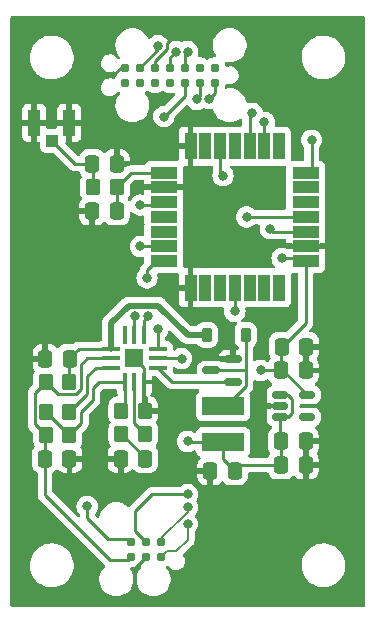
<source format=gbr>
%TF.GenerationSoftware,KiCad,Pcbnew,7.0.7*%
%TF.CreationDate,2024-01-18T13:53:05-05:00*%
%TF.ProjectId,DDRN_Hardware,4444524e-5f48-4617-9264-776172652e6b,rev?*%
%TF.SameCoordinates,Original*%
%TF.FileFunction,Copper,L1,Top*%
%TF.FilePolarity,Positive*%
%FSLAX46Y46*%
G04 Gerber Fmt 4.6, Leading zero omitted, Abs format (unit mm)*
G04 Created by KiCad (PCBNEW 7.0.7) date 2024-01-18 13:53:05*
%MOMM*%
%LPD*%
G01*
G04 APERTURE LIST*
G04 Aperture macros list*
%AMRoundRect*
0 Rectangle with rounded corners*
0 $1 Rounding radius*
0 $2 $3 $4 $5 $6 $7 $8 $9 X,Y pos of 4 corners*
0 Add a 4 corners polygon primitive as box body*
4,1,4,$2,$3,$4,$5,$6,$7,$8,$9,$2,$3,0*
0 Add four circle primitives for the rounded corners*
1,1,$1+$1,$2,$3*
1,1,$1+$1,$4,$5*
1,1,$1+$1,$6,$7*
1,1,$1+$1,$8,$9*
0 Add four rect primitives between the rounded corners*
20,1,$1+$1,$2,$3,$4,$5,0*
20,1,$1+$1,$4,$5,$6,$7,0*
20,1,$1+$1,$6,$7,$8,$9,0*
20,1,$1+$1,$8,$9,$2,$3,0*%
G04 Aperture macros list end*
%TA.AperFunction,SMDPad,CuDef*%
%ADD10RoundRect,0.225000X-0.225000X-0.375000X0.225000X-0.375000X0.225000X0.375000X-0.225000X0.375000X0*%
%TD*%
%TA.AperFunction,SMDPad,CuDef*%
%ADD11R,0.350000X1.500000*%
%TD*%
%TA.AperFunction,SMDPad,CuDef*%
%ADD12R,1.500000X0.350000*%
%TD*%
%TA.AperFunction,HeatsinkPad*%
%ADD13R,1.500000X1.500000*%
%TD*%
%TA.AperFunction,SMDPad,CuDef*%
%ADD14RoundRect,0.250000X0.337500X0.475000X-0.337500X0.475000X-0.337500X-0.475000X0.337500X-0.475000X0*%
%TD*%
%TA.AperFunction,SMDPad,CuDef*%
%ADD15R,1.000000X1.050000*%
%TD*%
%TA.AperFunction,SMDPad,CuDef*%
%ADD16R,1.050000X2.200000*%
%TD*%
%TA.AperFunction,SMDPad,CuDef*%
%ADD17RoundRect,0.250000X-0.337500X-0.475000X0.337500X-0.475000X0.337500X0.475000X-0.337500X0.475000X0*%
%TD*%
%TA.AperFunction,SMDPad,CuDef*%
%ADD18RoundRect,0.250000X-0.350000X-0.450000X0.350000X-0.450000X0.350000X0.450000X-0.350000X0.450000X0*%
%TD*%
%TA.AperFunction,SMDPad,CuDef*%
%ADD19R,2.300000X1.000000*%
%TD*%
%TA.AperFunction,SMDPad,CuDef*%
%ADD20R,1.000000X2.300000*%
%TD*%
%TA.AperFunction,SMDPad,CuDef*%
%ADD21RoundRect,0.150000X0.587500X0.150000X-0.587500X0.150000X-0.587500X-0.150000X0.587500X-0.150000X0*%
%TD*%
%TA.AperFunction,ConnectorPad*%
%ADD22C,0.787400*%
%TD*%
%TA.AperFunction,SMDPad,CuDef*%
%ADD23RoundRect,0.250000X0.350000X0.450000X-0.350000X0.450000X-0.350000X-0.450000X0.350000X-0.450000X0*%
%TD*%
%TA.AperFunction,SMDPad,CuDef*%
%ADD24R,3.600000X1.500000*%
%TD*%
%TA.AperFunction,SMDPad,CuDef*%
%ADD25RoundRect,0.150000X-0.512500X-0.150000X0.512500X-0.150000X0.512500X0.150000X-0.512500X0.150000X0*%
%TD*%
%TA.AperFunction,ViaPad*%
%ADD26C,0.800000*%
%TD*%
%TA.AperFunction,Conductor*%
%ADD27C,0.200000*%
%TD*%
%TA.AperFunction,Conductor*%
%ADD28C,0.250000*%
%TD*%
%TA.AperFunction,Conductor*%
%ADD29C,0.500000*%
%TD*%
G04 APERTURE END LIST*
D10*
%TO.P,D1,1,K*%
%TO.N,Net-(D1-K)*%
X40737500Y-88450000D03*
%TO.P,D1,2,A*%
%TO.N,Net-(D1-A)*%
X44037500Y-88450000D03*
%TD*%
D11*
%TO.P,U2,1,SCLK*%
%TO.N,/SCK*%
X35400000Y-88425000D03*
%TO.P,U2,2,MOSI*%
%TO.N,/MOSI*%
X34600000Y-88425000D03*
%TO.P,U2,3,CL*%
%TO.N,unconnected-(U2-CL-Pad3)*%
X33800000Y-88425000D03*
D12*
%TO.P,U2,4,CS+*%
%TO.N,Net-(D1-K)*%
X32600000Y-89625000D03*
%TO.P,U2,5,CS-*%
%TO.N,/SiPM_Bias*%
X32600000Y-90425000D03*
%TO.P,U2,6,DACOUT*%
%TO.N,Net-(U2-DACOUT)*%
X32600000Y-91225000D03*
D11*
%TO.P,U2,7,FB*%
%TO.N,Net-(U2-FB)*%
X33800000Y-92425000D03*
%TO.P,U2,8,COMP*%
%TO.N,Net-(U2-COMP)*%
X34600000Y-92425000D03*
%TO.P,U2,9,GND*%
%TO.N,/GND*%
X35400000Y-92425000D03*
D12*
%TO.P,U2,10,GATE*%
%TO.N,Net-(Q1-G)*%
X36600000Y-91225000D03*
%TO.P,U2,11,VIN*%
%TO.N,/V_BAT*%
X36600000Y-90425000D03*
%TO.P,U2,12,CS*%
%TO.N,/Bias_CS*%
X36600000Y-89625000D03*
D13*
%TO.P,U2,13,PAN*%
%TO.N,/GND*%
X34600000Y-90425000D03*
%TD*%
D14*
%TO.P,C3,1*%
%TO.N,Net-(C3-Pad1)*%
X35500000Y-98925000D03*
%TO.P,C3,2*%
%TO.N,/GND*%
X33425000Y-98925000D03*
%TD*%
D15*
%TO.P,J2,1,In*%
%TO.N,Net-(J2-In)*%
X27600000Y-72000000D03*
D16*
%TO.P,J2,2,Ext*%
%TO.N,/GND*%
X26125000Y-70475000D03*
X29075000Y-70475000D03*
%TD*%
D17*
%TO.P,C10,1*%
%TO.N,/3v3*%
X47025000Y-91450000D03*
%TO.P,C10,2*%
%TO.N,/GND*%
X49100000Y-91450000D03*
%TD*%
%TO.P,C9,1*%
%TO.N,/3v3*%
X47062500Y-89450000D03*
%TO.P,C9,2*%
%TO.N,/GND*%
X49137500Y-89450000D03*
%TD*%
D14*
%TO.P,C2,1*%
%TO.N,/V_BAT*%
X43100000Y-99950000D03*
%TO.P,C2,2*%
%TO.N,/GND*%
X41025000Y-99950000D03*
%TD*%
D17*
%TO.P,C8,1*%
%TO.N,/V_BAT*%
X47025000Y-99450000D03*
%TO.P,C8,2*%
%TO.N,/GND*%
X49100000Y-99450000D03*
%TD*%
D18*
%TO.P,R5,1*%
%TO.N,Net-(U2-FB)*%
X33500000Y-94850000D03*
%TO.P,R5,2*%
%TO.N,/GND*%
X35500000Y-94850000D03*
%TD*%
D19*
%TO.P,U1,1,VCC*%
%TO.N,/3v3*%
X49100000Y-82200000D03*
%TO.P,U1,2,GND*%
%TO.N,/GND*%
X49100000Y-80950000D03*
%TO.P,U1,3,PA13*%
%TO.N,/SWDIO*%
X49100000Y-79700000D03*
%TO.P,U1,4,PA14*%
%TO.N,/SWCLK*%
X49100000Y-78450000D03*
%TO.P,U1,5,PB15*%
%TO.N,/SCL*%
X49100000Y-77200000D03*
%TO.P,U1,6,PA15*%
%TO.N,/SDA*%
X49100000Y-75950000D03*
%TO.P,U1,7,PB4*%
%TO.N,/SiPM_Signal*%
X49100000Y-74700000D03*
D20*
%TO.P,U1,8,PB3*%
%TO.N,/SiPM_Temp*%
X46850000Y-72450000D03*
%TO.P,U1,9,PB7*%
%TO.N,/USB_RX*%
X45600000Y-72450000D03*
%TO.P,U1,10,PB6*%
%TO.N,/USB_TX*%
X44350000Y-72450000D03*
%TO.P,U1,11,PB5*%
%TO.N,/Status_LED*%
X43100000Y-72450000D03*
%TO.P,U1,12,PC1*%
%TO.N,/MOSI*%
X41850000Y-72450000D03*
%TO.P,U1,13,PC0*%
%TO.N,/ACCEL_INT*%
X40600000Y-72450000D03*
%TO.P,U1,14,GND*%
%TO.N,/GND*%
X39350000Y-72450000D03*
D19*
%TO.P,U1,15,RFIO*%
%TO.N,/ANT*%
X37100000Y-74700000D03*
%TO.P,U1,16,GND*%
%TO.N,/GND*%
X37100000Y-75950000D03*
%TO.P,U1,17,RST*%
%TO.N,/RST*%
X37100000Y-77200000D03*
%TO.P,U1,18,PA3*%
%TO.N,/Boot_Mode*%
X37100000Y-78450000D03*
%TO.P,U1,19,PA2*%
%TO.N,/Memory_CS*%
X37100000Y-79700000D03*
%TO.P,U1,20,PB10*%
%TO.N,/Bias_CS*%
X37100000Y-80950000D03*
%TO.P,U1,21,PA9*%
%TO.N,/SCK*%
X37100000Y-82200000D03*
D20*
%TO.P,U1,22,GND*%
%TO.N,/GND*%
X39350000Y-84450000D03*
%TO.P,U1,23,PA0*%
%TO.N,/Battery_Monitor_Enable*%
X40600000Y-84450000D03*
%TO.P,U1,24,PB13~{}*%
%TO.N,/Battery_Monitor*%
X41850000Y-84450000D03*
%TO.P,U1,25,PB9*%
%TO.N,/Stim_Enable*%
X43100000Y-84450000D03*
%TO.P,U1,26,PB14*%
%TO.N,/MISO*%
X44350000Y-84450000D03*
%TO.P,U1,27,PA10*%
%TO.N,/Anneal_Enable*%
X45600000Y-84450000D03*
%TO.P,U1,28,PB0*%
%TO.N,unconnected-(U1-PB0-Pad28)*%
X46850000Y-84450000D03*
%TD*%
D14*
%TO.P,C11,1*%
%TO.N,/ANT*%
X33100000Y-77950000D03*
%TO.P,C11,2*%
%TO.N,/GND*%
X31025000Y-77950000D03*
%TD*%
D17*
%TO.P,C12,1*%
%TO.N,Net-(J2-In)*%
X31025000Y-73950000D03*
%TO.P,C12,2*%
%TO.N,/GND*%
X33100000Y-73950000D03*
%TD*%
D14*
%TO.P,C4,1*%
%TO.N,Net-(D1-K)*%
X29137500Y-90450000D03*
%TO.P,C4,2*%
%TO.N,/GND*%
X27062500Y-90450000D03*
%TD*%
D21*
%TO.P,Q1,1,G*%
%TO.N,Net-(Q1-G)*%
X42975000Y-92400000D03*
%TO.P,Q1,2,S*%
%TO.N,/GND*%
X42975000Y-90500000D03*
%TO.P,Q1,3,D*%
%TO.N,Net-(D1-A)*%
X41100000Y-91450000D03*
%TD*%
D22*
%TO.P,J5,1,Pin_1*%
%TO.N,/SiPM_Bias*%
X34330000Y-107220000D03*
%TO.P,J5,2,Pin_2*%
%TO.N,/V_BAT*%
X34330000Y-105950000D03*
%TO.P,J5,3,Pin_3*%
%TO.N,/GND*%
X35600000Y-107220000D03*
%TO.P,J5,4,Pin_4*%
%TO.N,/Stim_Enable*%
X35600000Y-105950000D03*
%TO.P,J5,5,Pin_5*%
%TO.N,/SiPM_Signal*%
X36870000Y-107220000D03*
%TO.P,J5,6,Pin_6*%
%TO.N,/3v3*%
X36870000Y-105950000D03*
%TD*%
D18*
%TO.P,R4,1*%
%TO.N,/SiPM_Bias*%
X27100000Y-96925000D03*
%TO.P,R4,2*%
%TO.N,Net-(U2-FB)*%
X29100000Y-96925000D03*
%TD*%
D17*
%TO.P,C5,1*%
%TO.N,/SiPM_Bias*%
X27025000Y-98925000D03*
%TO.P,C5,2*%
%TO.N,/GND*%
X29100000Y-98925000D03*
%TD*%
D22*
%TO.P,J1,1,Pin_1*%
%TO.N,unconnected-(J1-Pin_1-Pad1)*%
X41410000Y-65815000D03*
%TO.P,J1,2,Pin_2*%
%TO.N,unconnected-(J1-Pin_2-Pad2)*%
X40140000Y-65815000D03*
%TO.P,J1,3,Pin_3*%
%TO.N,/3v3*%
X38870000Y-65815000D03*
%TO.P,J1,4,Pin_4*%
%TO.N,/SWDIO*%
X37600000Y-65815000D03*
%TO.P,J1,5,Pin_5*%
%TO.N,/GND*%
X36330000Y-65815000D03*
%TO.P,J1,6,Pin_6*%
%TO.N,/SWCLK*%
X35060000Y-65815000D03*
%TO.P,J1,7,Pin_7*%
%TO.N,/GND*%
X33790000Y-65815000D03*
%TO.P,J1,8,Pin_8*%
%TO.N,unconnected-(J1-Pin_8-Pad8)*%
X33790000Y-67085000D03*
%TO.P,J1,9,Pin_9*%
%TO.N,unconnected-(J1-Pin_9-Pad9)*%
X35060000Y-67085000D03*
%TO.P,J1,10,Pin_10*%
%TO.N,unconnected-(J1-Pin_10-Pad10)*%
X36330000Y-67085000D03*
%TO.P,J1,11,Pin_11*%
%TO.N,/GND*%
X37600000Y-67085000D03*
%TO.P,J1,12,Pin_12*%
%TO.N,/RST*%
X38870000Y-67085000D03*
%TO.P,J1,13,Pin_13*%
%TO.N,/USB_RX*%
X40140000Y-67085000D03*
%TO.P,J1,14,Pin_14*%
%TO.N,/USB_TX*%
X41410000Y-67085000D03*
%TD*%
D23*
%TO.P,R2,1*%
%TO.N,Net-(U2-DACOUT)*%
X29100000Y-94925000D03*
%TO.P,R2,2*%
%TO.N,Net-(U2-FB)*%
X27100000Y-94925000D03*
%TD*%
D18*
%TO.P,R16,1*%
%TO.N,Net-(J2-In)*%
X31100000Y-75950000D03*
%TO.P,R16,2*%
%TO.N,/ANT*%
X33100000Y-75950000D03*
%TD*%
D24*
%TO.P,L1,1,1*%
%TO.N,/V_BAT*%
X42100000Y-97500000D03*
%TO.P,L1,2,2*%
%TO.N,Net-(D1-A)*%
X42100000Y-94450000D03*
%TD*%
D23*
%TO.P,R3,1*%
%TO.N,Net-(D1-K)*%
X29100000Y-92425000D03*
%TO.P,R3,2*%
%TO.N,/SiPM_Bias*%
X27100000Y-92425000D03*
%TD*%
D17*
%TO.P,C7,1*%
%TO.N,/V_BAT*%
X47025000Y-97450000D03*
%TO.P,C7,2*%
%TO.N,/GND*%
X49100000Y-97450000D03*
%TD*%
D25*
%TO.P,U6,1,VIN*%
%TO.N,/V_BAT*%
X46962500Y-93500000D03*
%TO.P,U6,2,GND*%
%TO.N,/GND*%
X46962500Y-94450000D03*
%TO.P,U6,3,EN*%
%TO.N,/V_BAT*%
X46962500Y-95400000D03*
%TO.P,U6,4,NC*%
%TO.N,unconnected-(U6-NC-Pad4)*%
X49237500Y-95400000D03*
%TO.P,U6,5,VOUT*%
%TO.N,/3v3*%
X49237500Y-93500000D03*
%TD*%
D18*
%TO.P,R1,1*%
%TO.N,Net-(C3-Pad1)*%
X33500000Y-96850000D03*
%TO.P,R1,2*%
%TO.N,Net-(U2-COMP)*%
X35500000Y-96850000D03*
%TD*%
D26*
%TO.N,/3v3*%
X39100000Y-64450000D03*
X47100000Y-81950000D03*
X45300000Y-91450000D03*
X39100000Y-103050000D03*
%TO.N,/V_BAT*%
X30600000Y-102950000D03*
X39100000Y-97450000D03*
X38600000Y-90450000D03*
%TO.N,/Stim_Enable*%
X39100000Y-101950000D03*
X43100000Y-86450000D03*
%TO.N,/SiPM_Signal*%
X39100000Y-104450000D03*
X49600000Y-71950000D03*
%TO.N,/GND*%
X46700000Y-86850000D03*
X39500000Y-86850000D03*
%TO.N,/SWDIO*%
X46100000Y-79450000D03*
X38100000Y-64450000D03*
%TO.N,/SWCLK*%
X36600000Y-63950000D03*
X44100000Y-78450000D03*
%TO.N,/USB_RX*%
X39875000Y-68498008D03*
X45600000Y-70450000D03*
%TO.N,/USB_TX*%
X44575072Y-69675000D03*
X40922834Y-68430570D03*
%TO.N,/RST*%
X37100000Y-69950000D03*
X35100000Y-77450000D03*
%TO.N,/MOSI*%
X34643971Y-86865649D03*
X42100000Y-74950000D03*
%TO.N,/SCK*%
X35761231Y-86850000D03*
X35664491Y-83610507D03*
%TO.N,/Bias_CS*%
X35100000Y-80950000D03*
X36600000Y-87950000D03*
%TD*%
D27*
%TO.N,/3v3*%
X36870000Y-105643565D02*
X39100000Y-103413565D01*
X39100000Y-103413565D02*
X39100000Y-103050000D01*
D28*
X47025000Y-89487500D02*
X47062500Y-89450000D01*
X49100000Y-87412500D02*
X47062500Y-89450000D01*
X47025000Y-91450000D02*
X47025000Y-89487500D01*
X47100000Y-81950000D02*
X48850000Y-81950000D01*
X38870000Y-64680000D02*
X39100000Y-64450000D01*
X47025000Y-91450000D02*
X47187500Y-91450000D01*
X47187500Y-91450000D02*
X49237500Y-93500000D01*
D27*
X36870000Y-105950000D02*
X36870000Y-105643565D01*
D28*
X49100000Y-82200000D02*
X49100000Y-87412500D01*
X38870000Y-65815000D02*
X38870000Y-64680000D01*
X47025000Y-91450000D02*
X45300000Y-91450000D01*
X48850000Y-81950000D02*
X49100000Y-82200000D01*
%TO.N,/V_BAT*%
X47025000Y-99450000D02*
X43600000Y-99450000D01*
X30600000Y-103950000D02*
X30600000Y-102950000D01*
X47950000Y-95074999D02*
X47624999Y-95400000D01*
X32364700Y-105714700D02*
X30600000Y-103950000D01*
X46962500Y-93500000D02*
X47624999Y-93500000D01*
X36600000Y-90425000D02*
X38575000Y-90425000D01*
X47025000Y-99450000D02*
X47025000Y-97450000D01*
X43600000Y-99450000D02*
X43100000Y-99950000D01*
X42100000Y-97500000D02*
X42100000Y-98950000D01*
X39100000Y-97450000D02*
X39150000Y-97500000D01*
X39150000Y-97500000D02*
X42100000Y-97500000D01*
X42100000Y-98950000D02*
X43100000Y-99950000D01*
X47624999Y-93500000D02*
X47950000Y-93825001D01*
X46962500Y-95400000D02*
X46962500Y-97387500D01*
X47624999Y-95400000D02*
X46962500Y-95400000D01*
X46962500Y-97387500D02*
X47025000Y-97450000D01*
X38575000Y-90425000D02*
X38600000Y-90450000D01*
X47950000Y-93825001D02*
X47950000Y-95074999D01*
X34330000Y-105950000D02*
X34094700Y-105714700D01*
X34094700Y-105714700D02*
X32364700Y-105714700D01*
%TO.N,Net-(C3-Pad1)*%
X33600000Y-96950000D02*
X35575000Y-98925000D01*
X35575000Y-98925000D02*
X35675000Y-98925000D01*
X33600000Y-96925000D02*
X33600000Y-96950000D01*
D29*
%TO.N,Net-(D1-K)*%
X32600000Y-87450000D02*
X32600000Y-89625000D01*
X39100000Y-88450000D02*
X36600000Y-85950000D01*
D28*
X29100000Y-90425000D02*
X29900000Y-89625000D01*
X29900000Y-89625000D02*
X32600000Y-89625000D01*
D29*
X40737500Y-88450000D02*
X39100000Y-88450000D01*
X34100000Y-85950000D02*
X32600000Y-87450000D01*
D28*
X29100000Y-92425000D02*
X29100000Y-90425000D01*
D29*
X36600000Y-85950000D02*
X34100000Y-85950000D01*
D28*
%TO.N,/SiPM_Bias*%
X28125000Y-93450000D02*
X29695100Y-93450000D01*
X34330000Y-107220000D02*
X34094700Y-107455300D01*
X30625000Y-90425000D02*
X32600000Y-90425000D01*
X27100000Y-92425000D02*
X28125000Y-93450000D01*
X27025000Y-98925000D02*
X27025000Y-97000000D01*
X32509284Y-107455300D02*
X27025000Y-101971016D01*
X26175000Y-93350000D02*
X27100000Y-92425000D01*
X29695100Y-93450000D02*
X30100000Y-93045100D01*
X34094700Y-107455300D02*
X32509284Y-107455300D01*
X27025000Y-101971016D02*
X27025000Y-98925000D01*
X30100000Y-93045100D02*
X30100000Y-90950000D01*
X26175000Y-96000000D02*
X27100000Y-96925000D01*
X30100000Y-90950000D02*
X30625000Y-90425000D01*
X26175000Y-96000000D02*
X26175000Y-93350000D01*
%TO.N,Net-(J2-In)*%
X31100000Y-75950000D02*
X31100000Y-74025000D01*
X31025000Y-73950000D02*
X29550000Y-73950000D01*
X31100000Y-74025000D02*
X31025000Y-73950000D01*
X29550000Y-73950000D02*
X27600000Y-72000000D01*
%TO.N,/ANT*%
X33100000Y-77950000D02*
X33100000Y-75950000D01*
X34350000Y-74700000D02*
X33100000Y-75950000D01*
X37100000Y-74700000D02*
X34350000Y-74700000D01*
%TO.N,Net-(D1-A)*%
X42338408Y-94450000D02*
X42100000Y-94450000D01*
X44037500Y-88450000D02*
X44037500Y-91450000D01*
X44037500Y-91450000D02*
X44037500Y-92750908D01*
X43150000Y-94450000D02*
X42100000Y-94450000D01*
X44037500Y-92750908D02*
X42338408Y-94450000D01*
X41100000Y-91450000D02*
X44037500Y-91450000D01*
%TO.N,/Stim_Enable*%
X43100000Y-84450000D02*
X43100000Y-86450000D01*
X35600000Y-105950000D02*
X34672550Y-105022550D01*
X34672550Y-105022550D02*
X34672550Y-103377450D01*
X36100000Y-101950000D02*
X39100000Y-101950000D01*
X34672550Y-103377450D02*
X36100000Y-101950000D01*
D27*
%TO.N,/SiPM_Signal*%
X36870000Y-107220000D02*
X37334300Y-106755700D01*
D28*
X49600000Y-74200000D02*
X49600000Y-71950000D01*
X49100000Y-74700000D02*
X49600000Y-74200000D01*
D27*
X39100000Y-105804435D02*
X39100000Y-104450000D01*
X38148735Y-106755700D02*
X39100000Y-105804435D01*
X37334300Y-106755700D02*
X38148735Y-106755700D01*
D28*
%TO.N,/GND*%
X36330000Y-65815000D02*
X36330000Y-65258225D01*
X37325000Y-63725000D02*
X38100000Y-62950000D01*
X31600000Y-65744790D02*
X31600000Y-63450000D01*
X32159510Y-66304300D02*
X31600000Y-65744790D01*
X34672550Y-110877450D02*
X34600000Y-110950000D01*
X37325000Y-64263225D02*
X37325000Y-63725000D01*
X36330000Y-65258225D02*
X37325000Y-64263225D01*
X33790000Y-65815000D02*
X33465000Y-65815000D01*
X34672550Y-108147450D02*
X34672550Y-110877450D01*
X32975700Y-66304300D02*
X32159510Y-66304300D01*
X35400000Y-92425000D02*
X35400000Y-91225000D01*
X33465000Y-65815000D02*
X32975700Y-66304300D01*
X35400000Y-91225000D02*
X34600000Y-90425000D01*
X35600000Y-107220000D02*
X34672550Y-108147450D01*
%TO.N,/SWDIO*%
X49100000Y-79700000D02*
X46350000Y-79700000D01*
X37600000Y-64950000D02*
X38100000Y-64450000D01*
X46350000Y-79700000D02*
X46100000Y-79450000D01*
X37600000Y-65815000D02*
X37600000Y-64950000D01*
%TO.N,/SWCLK*%
X49100000Y-78450000D02*
X44100000Y-78450000D01*
X36600000Y-64275000D02*
X36600000Y-63950000D01*
X35060000Y-65815000D02*
X36600000Y-64275000D01*
%TO.N,/USB_RX*%
X40140000Y-67085000D02*
X40140000Y-68233008D01*
X45600000Y-70450000D02*
X45600000Y-72450000D01*
X40140000Y-68233008D02*
X39875000Y-68498008D01*
%TO.N,/USB_TX*%
X44350000Y-72450000D02*
X44350000Y-69900072D01*
X41410000Y-67943404D02*
X40922834Y-68430570D01*
X44350000Y-69900072D02*
X44575072Y-69675000D01*
X41410000Y-67085000D02*
X41410000Y-67943404D01*
%TO.N,/RST*%
X35100000Y-77450000D02*
X36850000Y-77450000D01*
X38870000Y-67085000D02*
X38870000Y-68180000D01*
X38870000Y-68180000D02*
X37100000Y-69950000D01*
X36850000Y-77450000D02*
X37100000Y-77200000D01*
%TO.N,Net-(Q1-G)*%
X42975000Y-92400000D02*
X37775000Y-92400000D01*
X37775000Y-92400000D02*
X36600000Y-91225000D01*
%TO.N,Net-(U2-COMP)*%
X34600000Y-95925000D02*
X35600000Y-96925000D01*
X34600000Y-92425000D02*
X34600000Y-95925000D01*
%TO.N,Net-(U2-DACOUT)*%
X30600000Y-93425000D02*
X30600000Y-91950000D01*
X29100000Y-94925000D02*
X30600000Y-93425000D01*
X31325000Y-91225000D02*
X32600000Y-91225000D01*
X30600000Y-91950000D02*
X31325000Y-91225000D01*
%TO.N,Net-(U2-FB)*%
X33800000Y-92425000D02*
X33800000Y-94725000D01*
X33800000Y-94725000D02*
X33600000Y-94925000D01*
X30100000Y-94950000D02*
X31100000Y-93950000D01*
X30100000Y-95925000D02*
X30100000Y-94950000D01*
X27100000Y-94925000D02*
X29100000Y-96925000D01*
X31100000Y-93950000D02*
X31100000Y-92950000D01*
X31100000Y-92950000D02*
X31625000Y-92425000D01*
X29100000Y-96925000D02*
X30100000Y-95925000D01*
X31625000Y-92425000D02*
X33800000Y-92425000D01*
%TO.N,/MOSI*%
X34600000Y-88425000D02*
X34600000Y-86909620D01*
X42100000Y-74950000D02*
X41850000Y-74700000D01*
X41850000Y-74700000D02*
X41850000Y-72450000D01*
X34600000Y-86909620D02*
X34643971Y-86865649D01*
%TO.N,/SCK*%
X37100000Y-82200000D02*
X36450000Y-82200000D01*
X35400000Y-88425000D02*
X35400000Y-87211231D01*
X35400000Y-87211231D02*
X35761231Y-86850000D01*
X35664491Y-82985509D02*
X35664491Y-83610507D01*
X36450000Y-82200000D02*
X35664491Y-82985509D01*
%TO.N,/Bias_CS*%
X36600000Y-89625000D02*
X36600000Y-87950000D01*
X35100000Y-80950000D02*
X37100000Y-80950000D01*
%TD*%
%TA.AperFunction,Conductor*%
%TO.N,/GND*%
G36*
X48417539Y-83220184D02*
G01*
X48463294Y-83272988D01*
X48474500Y-83324499D01*
X48474500Y-87102046D01*
X48454815Y-87169085D01*
X48438181Y-87189727D01*
X47439726Y-88188181D01*
X47378403Y-88221666D01*
X47352045Y-88224500D01*
X46674998Y-88224500D01*
X46674980Y-88224501D01*
X46572203Y-88235000D01*
X46572200Y-88235001D01*
X46405668Y-88290185D01*
X46405663Y-88290187D01*
X46256342Y-88382289D01*
X46132289Y-88506342D01*
X46040187Y-88655663D01*
X46040185Y-88655668D01*
X46040115Y-88655880D01*
X45985001Y-88822203D01*
X45985001Y-88822204D01*
X45985000Y-88822204D01*
X45974500Y-88924983D01*
X45974500Y-89975001D01*
X45974501Y-89975019D01*
X45985000Y-90077796D01*
X45985001Y-90077799D01*
X46040185Y-90244331D01*
X46040189Y-90244340D01*
X46109500Y-90356711D01*
X46127940Y-90424103D01*
X46107017Y-90490767D01*
X46099037Y-90500486D01*
X46099272Y-90500672D01*
X46094793Y-90506336D01*
X46002687Y-90655663D01*
X45999636Y-90662209D01*
X45996763Y-90660869D01*
X45965022Y-90706686D01*
X45900498Y-90733490D01*
X45831726Y-90721155D01*
X45814232Y-90710532D01*
X45752734Y-90665851D01*
X45752729Y-90665848D01*
X45579807Y-90588857D01*
X45579802Y-90588855D01*
X45432109Y-90557463D01*
X45394646Y-90549500D01*
X45205354Y-90549500D01*
X45172897Y-90556398D01*
X45020197Y-90588855D01*
X45020192Y-90588857D01*
X44841334Y-90668492D01*
X44840618Y-90666885D01*
X44781088Y-90681322D01*
X44715063Y-90658463D01*
X44671878Y-90603538D01*
X44663000Y-90557463D01*
X44663000Y-89499546D01*
X44682685Y-89432507D01*
X44710096Y-89402274D01*
X44715532Y-89397975D01*
X44715544Y-89397968D01*
X44835468Y-89278044D01*
X44924503Y-89133697D01*
X44977849Y-88972708D01*
X44988000Y-88873345D01*
X44987999Y-88026656D01*
X44987298Y-88019797D01*
X44977849Y-87927292D01*
X44977848Y-87927289D01*
X44924503Y-87766303D01*
X44924499Y-87766297D01*
X44924498Y-87766294D01*
X44835470Y-87621959D01*
X44835467Y-87621955D01*
X44715544Y-87502032D01*
X44715540Y-87502029D01*
X44571205Y-87413001D01*
X44571199Y-87412998D01*
X44571197Y-87412997D01*
X44562874Y-87410239D01*
X44410209Y-87359651D01*
X44310852Y-87349500D01*
X43775597Y-87349500D01*
X43708558Y-87329815D01*
X43662803Y-87277011D01*
X43652859Y-87207853D01*
X43681884Y-87144297D01*
X43702712Y-87125182D01*
X43705871Y-87122888D01*
X43832533Y-86982216D01*
X43927179Y-86818284D01*
X43985674Y-86638256D01*
X44005460Y-86450000D01*
X43985674Y-86261744D01*
X43985671Y-86261737D01*
X43984322Y-86255383D01*
X43985800Y-86255068D01*
X43984030Y-86192968D01*
X44020114Y-86133138D01*
X44082817Y-86102314D01*
X44103954Y-86100499D01*
X44897871Y-86100499D01*
X44897872Y-86100499D01*
X44957483Y-86094091D01*
X44957487Y-86094089D01*
X44961743Y-86093632D01*
X44988253Y-86093632D01*
X44992514Y-86094090D01*
X44992517Y-86094091D01*
X45052127Y-86100500D01*
X46147872Y-86100499D01*
X46207483Y-86094091D01*
X46207487Y-86094089D01*
X46211743Y-86093632D01*
X46238253Y-86093632D01*
X46242514Y-86094090D01*
X46242517Y-86094091D01*
X46302127Y-86100500D01*
X47397872Y-86100499D01*
X47457483Y-86094091D01*
X47592331Y-86043796D01*
X47707546Y-85957546D01*
X47793796Y-85842331D01*
X47844091Y-85707483D01*
X47850500Y-85647873D01*
X47850499Y-83324498D01*
X47870184Y-83257460D01*
X47922987Y-83211705D01*
X47974494Y-83200499D01*
X48350500Y-83200499D01*
X48417539Y-83220184D01*
G37*
%TD.AperFunction*%
%TA.AperFunction,Conductor*%
G36*
X54042539Y-61470185D02*
G01*
X54088294Y-61522989D01*
X54099500Y-61574500D01*
X54099500Y-111325500D01*
X54079815Y-111392539D01*
X54027011Y-111438294D01*
X53975500Y-111449500D01*
X24224500Y-111449500D01*
X24157461Y-111429815D01*
X24111706Y-111377011D01*
X24100500Y-111325500D01*
X24100500Y-108017763D01*
X25745787Y-108017763D01*
X25775413Y-108287013D01*
X25775415Y-108287024D01*
X25842966Y-108545410D01*
X25843928Y-108549088D01*
X25949870Y-108798390D01*
X26021998Y-108916575D01*
X26090979Y-109029605D01*
X26090986Y-109029615D01*
X26264253Y-109237819D01*
X26264259Y-109237824D01*
X26271322Y-109244152D01*
X26465998Y-109418582D01*
X26691910Y-109568044D01*
X26937176Y-109683020D01*
X26937183Y-109683022D01*
X26937185Y-109683023D01*
X27196557Y-109761057D01*
X27196564Y-109761058D01*
X27196569Y-109761060D01*
X27464561Y-109800500D01*
X27464566Y-109800500D01*
X27667636Y-109800500D01*
X27719133Y-109796730D01*
X27870156Y-109785677D01*
X27982758Y-109760593D01*
X28134546Y-109726782D01*
X28134548Y-109726781D01*
X28134553Y-109726780D01*
X28387558Y-109630014D01*
X28623777Y-109497441D01*
X28838177Y-109331888D01*
X29026186Y-109136881D01*
X29183799Y-108916579D01*
X29258754Y-108770791D01*
X29307649Y-108675690D01*
X29307651Y-108675684D01*
X29307656Y-108675675D01*
X29395118Y-108419305D01*
X29444319Y-108152933D01*
X29454212Y-107882235D01*
X29424586Y-107612982D01*
X29356072Y-107350912D01*
X29250130Y-107101610D01*
X29109018Y-106870390D01*
X29019747Y-106763119D01*
X28935746Y-106662180D01*
X28935740Y-106662175D01*
X28734002Y-106481418D01*
X28508092Y-106331957D01*
X28508090Y-106331956D01*
X28262824Y-106216980D01*
X28262819Y-106216978D01*
X28262814Y-106216976D01*
X28003442Y-106138942D01*
X28003428Y-106138939D01*
X27887791Y-106121921D01*
X27735439Y-106099500D01*
X27532369Y-106099500D01*
X27532364Y-106099500D01*
X27329844Y-106114323D01*
X27329831Y-106114325D01*
X27065453Y-106173217D01*
X27065446Y-106173220D01*
X26812439Y-106269987D01*
X26576226Y-106402557D01*
X26361822Y-106568112D01*
X26173822Y-106763109D01*
X26173816Y-106763116D01*
X26016202Y-106983419D01*
X26016199Y-106983424D01*
X25892350Y-107224309D01*
X25892343Y-107224327D01*
X25804884Y-107480685D01*
X25804881Y-107480699D01*
X25755681Y-107747068D01*
X25755680Y-107747075D01*
X25745787Y-108017763D01*
X24100500Y-108017763D01*
X24100500Y-93330195D01*
X25544840Y-93330195D01*
X25549225Y-93376583D01*
X25549500Y-93382421D01*
X25549500Y-95917255D01*
X25547775Y-95932872D01*
X25548061Y-95932899D01*
X25547326Y-95940665D01*
X25549500Y-96009814D01*
X25549500Y-96039343D01*
X25549501Y-96039360D01*
X25550368Y-96046231D01*
X25550826Y-96052050D01*
X25552290Y-96098624D01*
X25552291Y-96098627D01*
X25557880Y-96117867D01*
X25561824Y-96136911D01*
X25564336Y-96156792D01*
X25569126Y-96168890D01*
X25581490Y-96200119D01*
X25583382Y-96205647D01*
X25596381Y-96250388D01*
X25606580Y-96267634D01*
X25615136Y-96285100D01*
X25622514Y-96303732D01*
X25641272Y-96329551D01*
X25649898Y-96341423D01*
X25653106Y-96346307D01*
X25676827Y-96386416D01*
X25676833Y-96386424D01*
X25690990Y-96400580D01*
X25703628Y-96415376D01*
X25715405Y-96431586D01*
X25715406Y-96431587D01*
X25751309Y-96461288D01*
X25755620Y-96465210D01*
X25879265Y-96588855D01*
X25963181Y-96672771D01*
X25996666Y-96734094D01*
X25999500Y-96760452D01*
X25999500Y-97425001D01*
X25999501Y-97425019D01*
X26010000Y-97527796D01*
X26010001Y-97527799D01*
X26065185Y-97694331D01*
X26065189Y-97694340D01*
X26134500Y-97806711D01*
X26152940Y-97874103D01*
X26132017Y-97940767D01*
X26116644Y-97959487D01*
X26094791Y-97981340D01*
X26094789Y-97981342D01*
X26094788Y-97981344D01*
X26092648Y-97984814D01*
X26002687Y-98130663D01*
X26002685Y-98130668D01*
X26002615Y-98130880D01*
X25947501Y-98297203D01*
X25947501Y-98297204D01*
X25947500Y-98297204D01*
X25937000Y-98399983D01*
X25937000Y-99450001D01*
X25937001Y-99450019D01*
X25947500Y-99552796D01*
X25947501Y-99552799D01*
X26002685Y-99719331D01*
X26002687Y-99719336D01*
X26035472Y-99772489D01*
X26094788Y-99868656D01*
X26218844Y-99992712D01*
X26340597Y-100067809D01*
X26387321Y-100119755D01*
X26399500Y-100173347D01*
X26399500Y-101888271D01*
X26397775Y-101903888D01*
X26398061Y-101903915D01*
X26397326Y-101911681D01*
X26399500Y-101980830D01*
X26399500Y-102010359D01*
X26399501Y-102010376D01*
X26400368Y-102017247D01*
X26400826Y-102023066D01*
X26402290Y-102069640D01*
X26402291Y-102069643D01*
X26407880Y-102088883D01*
X26411824Y-102107927D01*
X26414336Y-102127807D01*
X26431490Y-102171135D01*
X26433382Y-102176663D01*
X26446381Y-102221404D01*
X26456580Y-102238650D01*
X26465138Y-102256119D01*
X26472514Y-102274748D01*
X26499898Y-102312439D01*
X26503106Y-102317323D01*
X26526827Y-102357432D01*
X26526833Y-102357440D01*
X26540990Y-102371596D01*
X26553628Y-102386392D01*
X26565405Y-102402602D01*
X26565406Y-102402603D01*
X26601309Y-102432304D01*
X26605620Y-102436226D01*
X30737505Y-106568112D01*
X32008481Y-107839088D01*
X32018306Y-107851351D01*
X32018527Y-107851169D01*
X32023494Y-107857174D01*
X32049335Y-107881440D01*
X32070134Y-107900972D01*
X32105529Y-107961212D01*
X32102737Y-108031026D01*
X32069235Y-108082593D01*
X31998444Y-108147761D01*
X31998433Y-108147772D01*
X31852076Y-108335812D01*
X31852069Y-108335823D01*
X31738654Y-108545396D01*
X31738648Y-108545410D01*
X31661274Y-108770791D01*
X31622050Y-109005849D01*
X31622050Y-109244150D01*
X31661274Y-109479208D01*
X31738648Y-109704589D01*
X31738654Y-109704603D01*
X31852069Y-109914176D01*
X31852076Y-109914187D01*
X31998433Y-110102227D01*
X31998436Y-110102230D01*
X31998440Y-110102235D01*
X32173766Y-110263633D01*
X32373266Y-110393973D01*
X32591498Y-110489699D01*
X32822510Y-110548199D01*
X33000528Y-110562950D01*
X33000530Y-110562950D01*
X33119470Y-110562950D01*
X33119472Y-110562950D01*
X33297490Y-110548199D01*
X33528502Y-110489699D01*
X33746734Y-110393973D01*
X33946234Y-110263633D01*
X34121560Y-110102235D01*
X34267929Y-109914179D01*
X34381349Y-109704597D01*
X34458726Y-109479206D01*
X34497950Y-109244152D01*
X34497950Y-109005848D01*
X34458726Y-108770794D01*
X34381349Y-108545403D01*
X34267929Y-108335821D01*
X34267928Y-108335819D01*
X34251227Y-108314362D01*
X34225585Y-108249368D01*
X34239152Y-108180828D01*
X34287620Y-108130503D01*
X34349081Y-108114200D01*
X34423984Y-108114200D01*
X34607845Y-108075120D01*
X34607848Y-108075118D01*
X34607850Y-108075118D01*
X34706881Y-108031026D01*
X34779563Y-107998666D01*
X34892542Y-107916581D01*
X34958345Y-107893103D01*
X35026399Y-107908928D01*
X35038310Y-107916583D01*
X35135875Y-107987468D01*
X35178541Y-108042798D01*
X35184520Y-108112411D01*
X35160844Y-108163948D01*
X35027071Y-108335819D01*
X35027069Y-108335823D01*
X34913654Y-108545396D01*
X34913648Y-108545410D01*
X34836274Y-108770791D01*
X34797050Y-109005849D01*
X34797050Y-109244150D01*
X34836274Y-109479208D01*
X34913648Y-109704589D01*
X34913654Y-109704603D01*
X35027069Y-109914176D01*
X35027076Y-109914187D01*
X35173433Y-110102227D01*
X35173436Y-110102230D01*
X35173440Y-110102235D01*
X35348766Y-110263633D01*
X35548266Y-110393973D01*
X35766498Y-110489699D01*
X35997510Y-110548199D01*
X36175528Y-110562950D01*
X36175530Y-110562950D01*
X36294470Y-110562950D01*
X36294472Y-110562950D01*
X36472490Y-110548199D01*
X36703502Y-110489699D01*
X36921734Y-110393973D01*
X37121234Y-110263633D01*
X37296560Y-110102235D01*
X37442929Y-109914179D01*
X37556349Y-109704597D01*
X37633726Y-109479206D01*
X37672950Y-109244152D01*
X37672950Y-109005848D01*
X37633726Y-108770794D01*
X37556349Y-108545403D01*
X37442929Y-108335821D01*
X37442928Y-108335819D01*
X37309463Y-108164343D01*
X37283821Y-108099349D01*
X37297388Y-108030809D01*
X37334425Y-107987868D01*
X37341567Y-107982678D01*
X37407370Y-107959195D01*
X37475425Y-107975015D01*
X37513920Y-108008943D01*
X37593832Y-108116283D01*
X37727386Y-108228349D01*
X37883185Y-108306594D01*
X38052829Y-108346800D01*
X38052831Y-108346800D01*
X38183429Y-108346800D01*
X38183436Y-108346800D01*
X38313164Y-108331637D01*
X38476993Y-108272008D01*
X38622654Y-108176205D01*
X38742296Y-108049393D01*
X38760557Y-108017763D01*
X48745787Y-108017763D01*
X48775413Y-108287013D01*
X48775415Y-108287024D01*
X48842966Y-108545410D01*
X48843928Y-108549088D01*
X48949870Y-108798390D01*
X49021998Y-108916575D01*
X49090979Y-109029605D01*
X49090986Y-109029615D01*
X49264253Y-109237819D01*
X49264259Y-109237824D01*
X49271322Y-109244152D01*
X49465998Y-109418582D01*
X49691910Y-109568044D01*
X49937176Y-109683020D01*
X49937183Y-109683022D01*
X49937185Y-109683023D01*
X50196557Y-109761057D01*
X50196564Y-109761058D01*
X50196569Y-109761060D01*
X50464561Y-109800500D01*
X50464566Y-109800500D01*
X50667636Y-109800500D01*
X50719133Y-109796730D01*
X50870156Y-109785677D01*
X50982758Y-109760593D01*
X51134546Y-109726782D01*
X51134548Y-109726781D01*
X51134553Y-109726780D01*
X51387558Y-109630014D01*
X51623777Y-109497441D01*
X51838177Y-109331888D01*
X52026186Y-109136881D01*
X52183799Y-108916579D01*
X52258754Y-108770791D01*
X52307649Y-108675690D01*
X52307651Y-108675684D01*
X52307656Y-108675675D01*
X52395118Y-108419305D01*
X52444319Y-108152933D01*
X52454212Y-107882235D01*
X52424586Y-107612982D01*
X52356072Y-107350912D01*
X52250130Y-107101610D01*
X52109018Y-106870390D01*
X52019747Y-106763119D01*
X51935746Y-106662180D01*
X51935740Y-106662175D01*
X51734002Y-106481418D01*
X51508092Y-106331957D01*
X51508090Y-106331956D01*
X51262824Y-106216980D01*
X51262819Y-106216978D01*
X51262814Y-106216976D01*
X51003442Y-106138942D01*
X51003428Y-106138939D01*
X50887791Y-106121921D01*
X50735439Y-106099500D01*
X50532369Y-106099500D01*
X50532364Y-106099500D01*
X50329844Y-106114323D01*
X50329831Y-106114325D01*
X50065453Y-106173217D01*
X50065446Y-106173220D01*
X49812439Y-106269987D01*
X49576226Y-106402557D01*
X49361822Y-106568112D01*
X49173822Y-106763109D01*
X49173816Y-106763116D01*
X49016202Y-106983419D01*
X49016199Y-106983424D01*
X48892350Y-107224309D01*
X48892343Y-107224327D01*
X48804884Y-107480685D01*
X48804881Y-107480699D01*
X48755681Y-107747068D01*
X48755680Y-107747075D01*
X48745787Y-108017763D01*
X38760557Y-108017763D01*
X38829467Y-107898407D01*
X38879469Y-107731388D01*
X38889607Y-107557340D01*
X38859332Y-107385646D01*
X38790279Y-107225562D01*
X38789358Y-107224325D01*
X38742385Y-107161230D01*
X38718141Y-107095702D01*
X38733173Y-107027468D01*
X38754163Y-106999505D01*
X39493922Y-106259746D01*
X39499999Y-106254418D01*
X39528282Y-106232717D01*
X39624536Y-106107276D01*
X39685044Y-105961197D01*
X39700500Y-105843796D01*
X39705682Y-105804435D01*
X39701030Y-105769104D01*
X39700500Y-105761006D01*
X39700500Y-105176452D01*
X39720185Y-105109413D01*
X39732350Y-105093480D01*
X39736220Y-105089182D01*
X39832533Y-104982216D01*
X39927179Y-104818284D01*
X39985674Y-104638256D01*
X40005460Y-104450000D01*
X39985674Y-104261744D01*
X39927179Y-104081716D01*
X39832533Y-103917784D01*
X39756165Y-103832969D01*
X39725937Y-103769981D01*
X39734562Y-103700646D01*
X39756162Y-103667033D01*
X39832533Y-103582216D01*
X39927179Y-103418284D01*
X39985674Y-103238256D01*
X40005460Y-103050000D01*
X39985674Y-102861744D01*
X39927179Y-102681716D01*
X39858060Y-102561999D01*
X39841588Y-102494100D01*
X39858061Y-102438000D01*
X39878498Y-102402602D01*
X39927179Y-102318284D01*
X39985674Y-102138256D01*
X40005460Y-101950000D01*
X39985674Y-101761744D01*
X39927179Y-101581716D01*
X39832533Y-101417784D01*
X39705871Y-101277112D01*
X39705870Y-101277111D01*
X39552734Y-101165851D01*
X39552729Y-101165848D01*
X39379807Y-101088857D01*
X39379802Y-101088855D01*
X39234000Y-101057865D01*
X39194646Y-101049500D01*
X39005354Y-101049500D01*
X38972897Y-101056398D01*
X38820197Y-101088855D01*
X38820192Y-101088857D01*
X38647270Y-101165848D01*
X38647265Y-101165851D01*
X38494130Y-101277110D01*
X38494126Y-101277114D01*
X38488400Y-101283474D01*
X38428913Y-101320121D01*
X38396252Y-101324500D01*
X36182738Y-101324500D01*
X36167121Y-101322776D01*
X36167094Y-101323062D01*
X36159332Y-101322327D01*
X36090204Y-101324500D01*
X36060650Y-101324500D01*
X36059929Y-101324590D01*
X36053757Y-101325369D01*
X36047945Y-101325826D01*
X36001373Y-101327290D01*
X36001372Y-101327290D01*
X35982129Y-101332881D01*
X35963079Y-101336825D01*
X35943211Y-101339334D01*
X35943209Y-101339335D01*
X35899884Y-101356488D01*
X35894357Y-101358380D01*
X35849610Y-101371381D01*
X35849609Y-101371382D01*
X35832367Y-101381579D01*
X35814899Y-101390137D01*
X35796269Y-101397513D01*
X35796267Y-101397514D01*
X35758576Y-101424898D01*
X35753694Y-101428105D01*
X35713579Y-101451830D01*
X35699408Y-101466000D01*
X35684623Y-101478628D01*
X35668412Y-101490407D01*
X35638709Y-101526310D01*
X35634777Y-101530631D01*
X34288758Y-102876649D01*
X34276501Y-102886470D01*
X34276684Y-102886691D01*
X34270673Y-102891663D01*
X34223322Y-102942086D01*
X34202439Y-102962969D01*
X34199865Y-102965889D01*
X34199681Y-102965726D01*
X34199675Y-102965733D01*
X34199578Y-102965636D01*
X34198654Y-102964821D01*
X34147321Y-103001860D01*
X34077553Y-103005618D01*
X34022055Y-102976165D01*
X33946234Y-102906367D01*
X33946231Y-102906365D01*
X33946230Y-102906364D01*
X33788492Y-102803309D01*
X33746734Y-102776027D01*
X33746731Y-102776025D01*
X33746730Y-102776025D01*
X33528502Y-102680301D01*
X33297486Y-102621800D01*
X33154832Y-102609980D01*
X33119472Y-102607050D01*
X33000528Y-102607050D01*
X32968362Y-102609715D01*
X32822513Y-102621800D01*
X32591497Y-102680301D01*
X32373269Y-102776025D01*
X32173769Y-102906364D01*
X31998443Y-103067762D01*
X31998433Y-103067772D01*
X31852076Y-103255812D01*
X31852069Y-103255823D01*
X31738654Y-103465396D01*
X31738648Y-103465410D01*
X31661274Y-103690790D01*
X31638588Y-103826737D01*
X31608137Y-103889622D01*
X31548522Y-103926061D01*
X31478670Y-103924485D01*
X31428598Y-103894007D01*
X31266149Y-103731558D01*
X31232664Y-103670235D01*
X31237648Y-103600543D01*
X31261681Y-103560904D01*
X31332533Y-103482216D01*
X31427179Y-103318284D01*
X31485674Y-103138256D01*
X31505460Y-102950000D01*
X31485674Y-102761744D01*
X31427179Y-102581716D01*
X31332533Y-102417784D01*
X31205871Y-102277112D01*
X31205870Y-102277111D01*
X31052734Y-102165851D01*
X31052729Y-102165848D01*
X30879807Y-102088857D01*
X30879802Y-102088855D01*
X30734000Y-102057865D01*
X30694646Y-102049500D01*
X30505354Y-102049500D01*
X30472897Y-102056398D01*
X30320197Y-102088855D01*
X30320192Y-102088857D01*
X30147270Y-102165848D01*
X30147265Y-102165851D01*
X29994129Y-102277111D01*
X29867466Y-102417785D01*
X29772821Y-102581715D01*
X29772818Y-102581722D01*
X29722100Y-102737818D01*
X29714326Y-102761744D01*
X29694540Y-102950000D01*
X29714326Y-103138256D01*
X29714327Y-103138259D01*
X29772818Y-103318277D01*
X29772821Y-103318284D01*
X29867467Y-103482216D01*
X29910772Y-103530310D01*
X29942650Y-103565715D01*
X29972880Y-103628706D01*
X29974500Y-103648687D01*
X29974500Y-103736563D01*
X29954815Y-103803602D01*
X29902011Y-103849357D01*
X29832853Y-103859301D01*
X29769297Y-103830276D01*
X29762819Y-103824244D01*
X27686819Y-101748243D01*
X27653334Y-101686920D01*
X27650500Y-101660562D01*
X27650500Y-100200000D01*
X39937501Y-100200000D01*
X39937501Y-100474986D01*
X39947994Y-100577697D01*
X40003141Y-100744119D01*
X40003143Y-100744124D01*
X40095184Y-100893345D01*
X40219154Y-101017315D01*
X40368375Y-101109356D01*
X40368380Y-101109358D01*
X40534802Y-101164505D01*
X40534809Y-101164506D01*
X40637519Y-101174999D01*
X40774999Y-101174999D01*
X40775000Y-101174998D01*
X40775000Y-100200000D01*
X39937501Y-100200000D01*
X27650500Y-100200000D01*
X27650500Y-100173347D01*
X27670185Y-100106308D01*
X27709401Y-100067810D01*
X27831156Y-99992712D01*
X27955212Y-99868656D01*
X27957252Y-99865347D01*
X27959245Y-99863555D01*
X27959693Y-99862989D01*
X27959789Y-99863065D01*
X28009194Y-99818623D01*
X28078156Y-99807395D01*
X28142240Y-99835234D01*
X28168329Y-99865339D01*
X28170181Y-99868341D01*
X28170183Y-99868344D01*
X28294154Y-99992315D01*
X28443375Y-100084356D01*
X28443380Y-100084358D01*
X28609802Y-100139505D01*
X28609809Y-100139506D01*
X28712519Y-100149999D01*
X28849999Y-100149999D01*
X28850000Y-100149998D01*
X28850000Y-99175000D01*
X29350000Y-99175000D01*
X29350000Y-100149999D01*
X29487472Y-100149999D01*
X29487486Y-100149998D01*
X29590197Y-100139505D01*
X29756619Y-100084358D01*
X29756624Y-100084356D01*
X29905845Y-99992315D01*
X30029815Y-99868345D01*
X30121856Y-99719124D01*
X30121858Y-99719119D01*
X30177005Y-99552697D01*
X30177006Y-99552690D01*
X30187499Y-99449986D01*
X30187500Y-99449973D01*
X30187500Y-99175000D01*
X32337501Y-99175000D01*
X32337501Y-99449986D01*
X32347994Y-99552697D01*
X32403141Y-99719119D01*
X32403143Y-99719124D01*
X32495184Y-99868345D01*
X32619154Y-99992315D01*
X32768375Y-100084356D01*
X32768380Y-100084358D01*
X32934802Y-100139505D01*
X32934809Y-100139506D01*
X33037519Y-100149999D01*
X33174999Y-100149999D01*
X33174999Y-100149998D01*
X33175000Y-99175000D01*
X32337501Y-99175000D01*
X30187500Y-99175000D01*
X29350000Y-99175000D01*
X28850000Y-99175000D01*
X28850000Y-98799000D01*
X28869685Y-98731961D01*
X28922489Y-98686206D01*
X28974000Y-98675000D01*
X30187499Y-98675000D01*
X30187499Y-98400028D01*
X30187498Y-98400013D01*
X30177005Y-98297302D01*
X30121858Y-98130880D01*
X30121856Y-98130875D01*
X30033231Y-97987192D01*
X30014791Y-97919800D01*
X30035713Y-97853136D01*
X30041502Y-97845186D01*
X30042706Y-97843661D01*
X30042712Y-97843656D01*
X30134814Y-97694334D01*
X30189999Y-97527797D01*
X30200500Y-97425009D01*
X30200499Y-96760450D01*
X30220183Y-96693412D01*
X30236813Y-96672775D01*
X30483786Y-96425802D01*
X30496048Y-96415980D01*
X30495865Y-96415759D01*
X30501867Y-96410792D01*
X30501877Y-96410786D01*
X30549241Y-96360348D01*
X30570120Y-96339470D01*
X30574373Y-96333986D01*
X30578150Y-96329563D01*
X30610062Y-96295582D01*
X30619714Y-96278023D01*
X30630389Y-96261772D01*
X30642674Y-96245936D01*
X30661186Y-96203152D01*
X30663742Y-96197935D01*
X30686197Y-96157092D01*
X30691180Y-96137680D01*
X30697477Y-96119291D01*
X30705438Y-96100895D01*
X30712729Y-96054853D01*
X30713908Y-96049162D01*
X30725500Y-96004019D01*
X30725500Y-95983982D01*
X30727027Y-95964582D01*
X30730160Y-95944804D01*
X30725775Y-95898415D01*
X30725500Y-95892577D01*
X30725500Y-95260451D01*
X30745185Y-95193412D01*
X30761815Y-95172774D01*
X31483786Y-94450802D01*
X31496048Y-94440980D01*
X31495865Y-94440759D01*
X31501867Y-94435792D01*
X31501877Y-94435786D01*
X31549241Y-94385348D01*
X31570120Y-94364470D01*
X31574373Y-94358986D01*
X31578150Y-94354563D01*
X31610062Y-94320582D01*
X31619714Y-94303023D01*
X31630389Y-94286772D01*
X31642674Y-94270936D01*
X31661186Y-94228152D01*
X31663742Y-94222935D01*
X31686197Y-94182092D01*
X31691180Y-94162680D01*
X31697477Y-94144291D01*
X31705438Y-94125895D01*
X31712729Y-94079853D01*
X31713906Y-94074166D01*
X31725500Y-94029019D01*
X31725499Y-94008986D01*
X31727027Y-93989583D01*
X31730159Y-93969808D01*
X31730160Y-93969806D01*
X31725775Y-93923415D01*
X31725500Y-93917577D01*
X31725500Y-93260453D01*
X31745185Y-93193414D01*
X31761819Y-93172771D01*
X31847773Y-93086818D01*
X31909097Y-93053334D01*
X31935454Y-93050500D01*
X33000501Y-93050500D01*
X33067540Y-93070185D01*
X33113295Y-93122989D01*
X33124501Y-93174500D01*
X33124501Y-93222876D01*
X33130908Y-93282483D01*
X33166682Y-93378395D01*
X33174500Y-93421728D01*
X33174500Y-93529911D01*
X33154815Y-93596950D01*
X33102011Y-93642705D01*
X33063102Y-93653269D01*
X32997202Y-93660001D01*
X32997200Y-93660001D01*
X32830668Y-93715185D01*
X32830663Y-93715187D01*
X32681342Y-93807289D01*
X32557289Y-93931342D01*
X32465187Y-94080663D01*
X32465185Y-94080668D01*
X32444108Y-94144274D01*
X32410001Y-94247203D01*
X32410001Y-94247204D01*
X32410000Y-94247204D01*
X32399500Y-94349983D01*
X32399500Y-95350001D01*
X32399501Y-95350019D01*
X32410000Y-95452796D01*
X32410001Y-95452799D01*
X32465185Y-95619331D01*
X32465187Y-95619336D01*
X32557289Y-95768657D01*
X32560795Y-95773091D01*
X32586934Y-95837887D01*
X32573892Y-95906529D01*
X32560795Y-95926909D01*
X32557289Y-95931342D01*
X32465187Y-96080663D01*
X32465185Y-96080668D01*
X32449755Y-96127233D01*
X32410001Y-96247203D01*
X32410001Y-96247204D01*
X32410000Y-96247204D01*
X32399500Y-96349983D01*
X32399500Y-97350001D01*
X32399501Y-97350019D01*
X32410000Y-97452796D01*
X32410001Y-97452799D01*
X32465185Y-97619331D01*
X32465187Y-97619336D01*
X32561080Y-97774803D01*
X32559316Y-97775890D01*
X32581612Y-97831149D01*
X32568575Y-97899791D01*
X32545888Y-97930950D01*
X32495184Y-97981654D01*
X32403143Y-98130875D01*
X32403141Y-98130880D01*
X32347994Y-98297302D01*
X32347993Y-98297309D01*
X32337500Y-98400013D01*
X32337500Y-98675000D01*
X33551000Y-98675000D01*
X33618039Y-98694685D01*
X33663794Y-98747489D01*
X33675000Y-98799000D01*
X33675000Y-100149999D01*
X33812472Y-100149999D01*
X33812486Y-100149998D01*
X33915197Y-100139505D01*
X34081619Y-100084358D01*
X34081624Y-100084356D01*
X34230845Y-99992315D01*
X34354818Y-99868342D01*
X34356665Y-99865348D01*
X34358469Y-99863724D01*
X34359298Y-99862677D01*
X34359476Y-99862818D01*
X34408610Y-99818621D01*
X34477573Y-99807396D01*
X34541656Y-99835236D01*
X34567742Y-99865339D01*
X34569788Y-99868656D01*
X34693844Y-99992712D01*
X34843166Y-100084814D01*
X35009703Y-100139999D01*
X35112491Y-100150500D01*
X35887508Y-100150499D01*
X35887516Y-100150498D01*
X35887519Y-100150498D01*
X35943802Y-100144748D01*
X35990297Y-100139999D01*
X36156834Y-100084814D01*
X36306156Y-99992712D01*
X36430212Y-99868656D01*
X36522314Y-99719334D01*
X36577499Y-99552797D01*
X36588000Y-99450009D01*
X36587999Y-98399992D01*
X36577499Y-98297203D01*
X36522314Y-98130666D01*
X36430212Y-97981344D01*
X36430208Y-97981340D01*
X36430207Y-97981338D01*
X36417799Y-97968930D01*
X36384314Y-97907607D01*
X36389298Y-97837915D01*
X36417800Y-97793567D01*
X36442712Y-97768656D01*
X36534814Y-97619334D01*
X36589999Y-97452797D01*
X36600500Y-97350009D01*
X36600499Y-96349992D01*
X36596353Y-96309409D01*
X36589999Y-96247203D01*
X36589998Y-96247200D01*
X36575408Y-96203170D01*
X36534814Y-96080666D01*
X36442712Y-95931344D01*
X36442710Y-95931342D01*
X36438884Y-95926503D01*
X36412745Y-95861707D01*
X36425787Y-95793065D01*
X36438886Y-95772683D01*
X36442314Y-95768346D01*
X36534356Y-95619124D01*
X36534358Y-95619119D01*
X36589505Y-95452697D01*
X36589506Y-95452690D01*
X36599999Y-95349986D01*
X36600000Y-95349973D01*
X36600000Y-95100000D01*
X35374000Y-95100000D01*
X35306961Y-95080315D01*
X35261206Y-95027511D01*
X35250000Y-94976000D01*
X35250000Y-93705174D01*
X35228334Y-93665496D01*
X35225500Y-93639138D01*
X35225500Y-93421728D01*
X35233318Y-93378394D01*
X35269091Y-93282483D01*
X35275500Y-93222873D01*
X35275499Y-92600000D01*
X35575000Y-92600000D01*
X35575000Y-93610000D01*
X35626000Y-93610000D01*
X35693039Y-93629685D01*
X35738794Y-93682489D01*
X35750000Y-93734000D01*
X35750000Y-94600000D01*
X36599999Y-94600000D01*
X36599999Y-94350028D01*
X36599998Y-94350013D01*
X36589505Y-94247302D01*
X36534358Y-94080880D01*
X36534356Y-94080875D01*
X36442315Y-93931654D01*
X36318345Y-93807684D01*
X36169124Y-93715643D01*
X36169119Y-93715641D01*
X36032702Y-93670437D01*
X35975257Y-93630664D01*
X35948434Y-93566148D01*
X35960749Y-93497373D01*
X35972440Y-93478419D01*
X36018352Y-93417089D01*
X36018354Y-93417086D01*
X36068596Y-93282379D01*
X36068598Y-93282372D01*
X36074999Y-93222844D01*
X36075000Y-93222827D01*
X36075000Y-92600000D01*
X35575000Y-92600000D01*
X35275499Y-92600000D01*
X35275499Y-92373998D01*
X35295183Y-92306961D01*
X35347987Y-92261206D01*
X35399499Y-92250000D01*
X36075000Y-92250000D01*
X36075000Y-92024499D01*
X36094685Y-91957460D01*
X36147489Y-91911705D01*
X36198998Y-91900499D01*
X36339547Y-91900499D01*
X36406586Y-91920184D01*
X36427227Y-91936817D01*
X36864409Y-92374000D01*
X37274197Y-92783788D01*
X37284022Y-92796051D01*
X37284243Y-92795869D01*
X37289214Y-92801878D01*
X37315217Y-92826295D01*
X37339635Y-92849226D01*
X37360529Y-92870120D01*
X37366011Y-92874373D01*
X37370443Y-92878157D01*
X37404418Y-92910062D01*
X37421976Y-92919714D01*
X37438233Y-92930393D01*
X37454064Y-92942673D01*
X37466691Y-92948137D01*
X37496833Y-92961182D01*
X37502077Y-92963750D01*
X37542908Y-92986197D01*
X37555523Y-92989435D01*
X37562305Y-92991177D01*
X37580719Y-92997481D01*
X37599104Y-93005438D01*
X37645157Y-93012732D01*
X37650826Y-93013906D01*
X37695981Y-93025500D01*
X37716016Y-93025500D01*
X37735413Y-93027026D01*
X37755196Y-93030160D01*
X37801583Y-93025775D01*
X37807422Y-93025500D01*
X39994344Y-93025500D01*
X40061383Y-93045185D01*
X40107138Y-93097989D01*
X40117082Y-93167147D01*
X40088057Y-93230703D01*
X40064106Y-93250003D01*
X40064769Y-93250888D01*
X39942455Y-93342452D01*
X39942452Y-93342455D01*
X39856206Y-93457664D01*
X39856202Y-93457671D01*
X39805908Y-93592517D01*
X39800513Y-93642705D01*
X39799501Y-93652123D01*
X39799500Y-93652135D01*
X39799500Y-95247870D01*
X39799501Y-95247876D01*
X39805908Y-95307483D01*
X39856202Y-95442328D01*
X39856206Y-95442335D01*
X39942452Y-95557544D01*
X39942455Y-95557547D01*
X40057664Y-95643793D01*
X40057671Y-95643797D01*
X40192517Y-95694091D01*
X40192516Y-95694091D01*
X40199444Y-95694835D01*
X40252127Y-95700500D01*
X43947872Y-95700499D01*
X44007483Y-95694091D01*
X44142331Y-95643796D01*
X44257546Y-95557546D01*
X44343796Y-95442331D01*
X44394091Y-95307483D01*
X44400500Y-95247873D01*
X44400499Y-93652128D01*
X44394091Y-93592517D01*
X44384256Y-93566148D01*
X44343797Y-93457670D01*
X44342913Y-93456052D01*
X44342520Y-93454247D01*
X44340697Y-93449359D01*
X44341399Y-93449096D01*
X44328056Y-93387780D01*
X44352469Y-93322314D01*
X44364053Y-93308944D01*
X44421288Y-93251709D01*
X44433542Y-93241894D01*
X44433359Y-93241672D01*
X44439366Y-93236700D01*
X44439377Y-93236694D01*
X44474304Y-93199500D01*
X44486727Y-93186272D01*
X44497171Y-93175826D01*
X44507620Y-93165379D01*
X44511879Y-93159886D01*
X44515652Y-93155469D01*
X44547562Y-93121490D01*
X44557215Y-93103928D01*
X44567889Y-93087678D01*
X44580173Y-93071844D01*
X44598680Y-93029075D01*
X44601249Y-93023832D01*
X44607355Y-93012725D01*
X44623697Y-92983000D01*
X44628677Y-92963599D01*
X44634978Y-92945196D01*
X44642938Y-92926804D01*
X44650230Y-92880757D01*
X44651411Y-92875060D01*
X44651590Y-92874364D01*
X44663000Y-92829927D01*
X44663000Y-92809890D01*
X44664527Y-92790490D01*
X44667660Y-92770712D01*
X44663275Y-92724323D01*
X44663000Y-92718485D01*
X44663000Y-92342536D01*
X44682685Y-92275497D01*
X44735489Y-92229742D01*
X44804647Y-92219798D01*
X44840952Y-92232365D01*
X44841334Y-92231508D01*
X44847269Y-92234150D01*
X44847270Y-92234151D01*
X44870141Y-92244334D01*
X45020192Y-92311142D01*
X45020197Y-92311144D01*
X45205354Y-92350500D01*
X45205355Y-92350500D01*
X45394644Y-92350500D01*
X45394646Y-92350500D01*
X45579803Y-92311144D01*
X45752730Y-92234151D01*
X45814233Y-92189465D01*
X45880037Y-92165987D01*
X45948091Y-92181812D01*
X45996786Y-92231917D01*
X45999344Y-92237926D01*
X45999636Y-92237791D01*
X46002685Y-92244333D01*
X46002686Y-92244334D01*
X46094788Y-92393656D01*
X46218844Y-92517712D01*
X46225780Y-92521990D01*
X46272505Y-92573936D01*
X46283728Y-92642899D01*
X46255885Y-92706981D01*
X46197817Y-92745838D01*
X46195288Y-92746603D01*
X46189606Y-92748254D01*
X46189603Y-92748255D01*
X46048137Y-92831917D01*
X46048129Y-92831923D01*
X45931923Y-92948129D01*
X45931917Y-92948137D01*
X45848255Y-93089603D01*
X45848254Y-93089606D01*
X45802402Y-93247426D01*
X45802401Y-93247432D01*
X45799500Y-93284304D01*
X45799500Y-93715696D01*
X45802401Y-93752567D01*
X45802402Y-93752573D01*
X45848254Y-93910393D01*
X45848256Y-93910399D01*
X45849426Y-93912377D01*
X45849869Y-93914126D01*
X45851353Y-93917554D01*
X45850799Y-93917793D01*
X45866603Y-93980102D01*
X45851249Y-94032395D01*
X45851817Y-94032641D01*
X45849827Y-94037239D01*
X45849428Y-94038599D01*
X45848722Y-94039791D01*
X45848716Y-94039806D01*
X45802900Y-94197505D01*
X45802899Y-94197511D01*
X45802704Y-94199998D01*
X45802705Y-94200000D01*
X46068185Y-94200000D01*
X46131306Y-94217268D01*
X46189602Y-94251744D01*
X46231224Y-94263836D01*
X46347426Y-94297597D01*
X46347429Y-94297597D01*
X46347431Y-94297598D01*
X46359722Y-94298565D01*
X46384304Y-94300500D01*
X46384306Y-94300500D01*
X47088500Y-94300500D01*
X47155539Y-94320185D01*
X47201294Y-94372989D01*
X47212500Y-94424500D01*
X47212500Y-94475500D01*
X47192815Y-94542539D01*
X47140011Y-94588294D01*
X47088500Y-94599500D01*
X46384304Y-94599500D01*
X46347432Y-94602401D01*
X46347426Y-94602402D01*
X46189606Y-94648254D01*
X46189603Y-94648255D01*
X46131306Y-94682732D01*
X46068185Y-94700000D01*
X45802705Y-94700000D01*
X45802704Y-94700001D01*
X45802899Y-94702488D01*
X45802900Y-94702494D01*
X45848716Y-94860193D01*
X45848720Y-94860203D01*
X45849427Y-94861398D01*
X45849695Y-94862454D01*
X45851816Y-94867356D01*
X45851024Y-94867698D01*
X45866603Y-94929123D01*
X45850993Y-94982284D01*
X45851355Y-94982441D01*
X45850087Y-94985369D01*
X45849427Y-94987620D01*
X45848259Y-94989594D01*
X45848254Y-94989607D01*
X45802402Y-95147426D01*
X45802401Y-95147432D01*
X45799500Y-95184304D01*
X45799500Y-95615696D01*
X45802401Y-95652567D01*
X45802402Y-95652573D01*
X45848254Y-95810393D01*
X45848255Y-95810396D01*
X45848256Y-95810398D01*
X45877350Y-95859594D01*
X45931917Y-95951862D01*
X45931923Y-95951870D01*
X46048129Y-96068076D01*
X46048133Y-96068079D01*
X46048135Y-96068081D01*
X46189602Y-96151744D01*
X46195275Y-96153392D01*
X46254160Y-96190993D01*
X46283371Y-96254463D01*
X46273629Y-96323651D01*
X46228029Y-96376588D01*
X46225788Y-96378004D01*
X46218846Y-96382286D01*
X46218843Y-96382288D01*
X46094789Y-96506342D01*
X46002687Y-96655663D01*
X46002685Y-96655668D01*
X45987290Y-96702127D01*
X45947501Y-96822203D01*
X45947501Y-96822204D01*
X45947500Y-96822204D01*
X45937000Y-96924983D01*
X45937000Y-97975001D01*
X45937001Y-97975019D01*
X45947500Y-98077796D01*
X45947501Y-98077799D01*
X46002685Y-98244331D01*
X46002689Y-98244340D01*
X46089389Y-98384904D01*
X46107829Y-98452296D01*
X46089389Y-98515096D01*
X46002689Y-98655659D01*
X46002685Y-98655668D01*
X46002615Y-98655880D01*
X45980855Y-98721549D01*
X45974905Y-98739504D01*
X45935132Y-98796949D01*
X45870616Y-98823772D01*
X45857199Y-98824500D01*
X44339954Y-98824500D01*
X44272915Y-98804815D01*
X44227160Y-98752011D01*
X44217216Y-98682853D01*
X44246241Y-98619297D01*
X44252273Y-98612819D01*
X44257542Y-98607548D01*
X44257546Y-98607546D01*
X44343796Y-98492331D01*
X44394091Y-98357483D01*
X44400500Y-98297873D01*
X44400499Y-96702128D01*
X44394091Y-96642517D01*
X44374076Y-96588855D01*
X44343797Y-96507671D01*
X44343793Y-96507664D01*
X44257547Y-96392455D01*
X44257544Y-96392452D01*
X44142335Y-96306206D01*
X44142328Y-96306202D01*
X44007482Y-96255908D01*
X44007483Y-96255908D01*
X43947883Y-96249501D01*
X43947881Y-96249500D01*
X43947873Y-96249500D01*
X43947864Y-96249500D01*
X40252129Y-96249500D01*
X40252123Y-96249501D01*
X40192516Y-96255908D01*
X40057671Y-96306202D01*
X40057664Y-96306206D01*
X39942455Y-96392452D01*
X39942452Y-96392455D01*
X39856206Y-96507664D01*
X39856202Y-96507671D01*
X39803198Y-96649785D01*
X39800812Y-96648895D01*
X39772371Y-96698835D01*
X39710459Y-96731218D01*
X39640868Y-96724988D01*
X39613387Y-96709918D01*
X39552734Y-96665851D01*
X39552729Y-96665848D01*
X39379807Y-96588857D01*
X39379802Y-96588855D01*
X39234000Y-96557865D01*
X39194646Y-96549500D01*
X39005354Y-96549500D01*
X38972962Y-96556385D01*
X38820197Y-96588855D01*
X38820192Y-96588857D01*
X38647270Y-96665848D01*
X38647265Y-96665851D01*
X38494129Y-96777111D01*
X38367466Y-96917785D01*
X38272821Y-97081715D01*
X38272818Y-97081722D01*
X38215880Y-97256961D01*
X38214326Y-97261744D01*
X38194540Y-97450000D01*
X38214326Y-97638256D01*
X38214327Y-97638259D01*
X38272818Y-97818277D01*
X38272821Y-97818284D01*
X38367467Y-97982216D01*
X38453439Y-98077697D01*
X38494129Y-98122888D01*
X38647265Y-98234148D01*
X38647270Y-98234151D01*
X38820192Y-98311142D01*
X38820197Y-98311144D01*
X39005354Y-98350500D01*
X39005355Y-98350500D01*
X39194644Y-98350500D01*
X39194646Y-98350500D01*
X39379803Y-98311144D01*
X39552730Y-98234151D01*
X39602616Y-98197906D01*
X39668422Y-98174427D01*
X39736476Y-98190252D01*
X39785171Y-98240358D01*
X39798603Y-98294602D01*
X39799099Y-98294576D01*
X39799146Y-98294571D01*
X39799146Y-98294573D01*
X39799324Y-98294564D01*
X39799501Y-98297876D01*
X39805908Y-98357483D01*
X39856202Y-98492328D01*
X39856206Y-98492335D01*
X39942452Y-98607544D01*
X39942455Y-98607547D01*
X40057664Y-98693793D01*
X40057671Y-98693797D01*
X40132078Y-98721549D01*
X40188012Y-98763420D01*
X40212429Y-98828884D01*
X40197578Y-98897157D01*
X40176427Y-98925412D01*
X40095182Y-99006657D01*
X40003143Y-99155875D01*
X40003141Y-99155880D01*
X39947994Y-99322302D01*
X39947993Y-99322309D01*
X39937500Y-99425013D01*
X39937500Y-99700000D01*
X41151000Y-99700000D01*
X41218039Y-99719685D01*
X41263794Y-99772489D01*
X41275000Y-99824000D01*
X41275000Y-101174999D01*
X41412472Y-101174999D01*
X41412486Y-101174998D01*
X41515197Y-101164505D01*
X41681619Y-101109358D01*
X41681624Y-101109356D01*
X41830845Y-101017315D01*
X41954818Y-100893342D01*
X41956665Y-100890348D01*
X41958469Y-100888724D01*
X41959298Y-100887677D01*
X41959476Y-100887818D01*
X42008610Y-100843621D01*
X42077573Y-100832396D01*
X42141656Y-100860236D01*
X42167743Y-100890341D01*
X42169788Y-100893656D01*
X42293844Y-101017712D01*
X42443166Y-101109814D01*
X42609703Y-101164999D01*
X42712491Y-101175500D01*
X43487508Y-101175499D01*
X43487516Y-101175498D01*
X43487519Y-101175498D01*
X43581956Y-101165851D01*
X43590297Y-101164999D01*
X43756834Y-101109814D01*
X43906156Y-101017712D01*
X44030212Y-100893656D01*
X44122314Y-100744334D01*
X44177499Y-100577797D01*
X44188000Y-100475009D01*
X44188000Y-100199500D01*
X44207685Y-100132461D01*
X44260489Y-100086706D01*
X44312000Y-100075500D01*
X45857199Y-100075500D01*
X45924238Y-100095185D01*
X45969993Y-100147989D01*
X45974903Y-100160492D01*
X46002686Y-100244334D01*
X46094788Y-100393656D01*
X46218844Y-100517712D01*
X46368166Y-100609814D01*
X46534703Y-100664999D01*
X46637491Y-100675500D01*
X47412508Y-100675499D01*
X47412516Y-100675498D01*
X47412519Y-100675498D01*
X47468802Y-100669748D01*
X47515297Y-100664999D01*
X47681834Y-100609814D01*
X47831156Y-100517712D01*
X47955212Y-100393656D01*
X47957252Y-100390347D01*
X47959245Y-100388555D01*
X47959693Y-100387989D01*
X47959789Y-100388065D01*
X48009194Y-100343623D01*
X48078156Y-100332395D01*
X48142240Y-100360234D01*
X48168329Y-100390339D01*
X48170181Y-100393341D01*
X48170183Y-100393344D01*
X48294154Y-100517315D01*
X48443375Y-100609356D01*
X48443380Y-100609358D01*
X48609802Y-100664505D01*
X48609809Y-100664506D01*
X48712519Y-100674999D01*
X48849999Y-100674999D01*
X48850000Y-100674998D01*
X48850000Y-99700000D01*
X49350000Y-99700000D01*
X49350000Y-100674999D01*
X49487472Y-100674999D01*
X49487486Y-100674998D01*
X49590197Y-100664505D01*
X49756619Y-100609358D01*
X49756624Y-100609356D01*
X49905845Y-100517315D01*
X50029815Y-100393345D01*
X50121856Y-100244124D01*
X50121858Y-100244119D01*
X50177005Y-100077697D01*
X50177006Y-100077690D01*
X50187499Y-99974986D01*
X50187500Y-99974973D01*
X50187500Y-99700000D01*
X49350000Y-99700000D01*
X48850000Y-99700000D01*
X48850000Y-97700000D01*
X49350000Y-97700000D01*
X49350000Y-99200000D01*
X50187499Y-99200000D01*
X50187499Y-98925028D01*
X50187498Y-98925013D01*
X50177005Y-98822302D01*
X50121858Y-98655880D01*
X50121853Y-98655869D01*
X50035023Y-98515097D01*
X50016582Y-98447705D01*
X50035023Y-98384903D01*
X50121853Y-98244130D01*
X50121858Y-98244119D01*
X50177005Y-98077697D01*
X50177006Y-98077690D01*
X50187499Y-97974986D01*
X50187500Y-97974973D01*
X50187500Y-97700000D01*
X49350000Y-97700000D01*
X48850000Y-97700000D01*
X48850000Y-97324000D01*
X48869685Y-97256961D01*
X48922489Y-97211206D01*
X48974000Y-97200000D01*
X50187499Y-97200000D01*
X50187499Y-96925028D01*
X50187498Y-96925013D01*
X50177005Y-96822302D01*
X50121858Y-96655880D01*
X50121856Y-96655875D01*
X50029815Y-96506654D01*
X49900737Y-96377576D01*
X49902441Y-96375871D01*
X49868694Y-96328221D01*
X49865549Y-96258422D01*
X49900639Y-96198004D01*
X49951383Y-96168890D01*
X49978853Y-96160908D01*
X50010398Y-96151744D01*
X50151865Y-96068081D01*
X50268081Y-95951865D01*
X50351744Y-95810398D01*
X50397598Y-95652569D01*
X50399049Y-95634131D01*
X50400500Y-95615696D01*
X50400500Y-95184304D01*
X50397598Y-95147432D01*
X50397597Y-95147426D01*
X50351745Y-94989606D01*
X50351744Y-94989603D01*
X50351744Y-94989602D01*
X50268081Y-94848135D01*
X50268079Y-94848133D01*
X50268076Y-94848129D01*
X50151870Y-94731923D01*
X50151862Y-94731917D01*
X50010396Y-94648255D01*
X50010393Y-94648254D01*
X49852573Y-94602402D01*
X49852567Y-94602401D01*
X49815696Y-94599500D01*
X49815694Y-94599500D01*
X48699500Y-94599500D01*
X48632461Y-94579815D01*
X48586706Y-94527011D01*
X48575500Y-94475500D01*
X48575500Y-94424500D01*
X48595185Y-94357461D01*
X48647989Y-94311706D01*
X48699500Y-94300500D01*
X49815696Y-94300500D01*
X49834131Y-94299049D01*
X49852569Y-94297598D01*
X49852571Y-94297597D01*
X49852573Y-94297597D01*
X49894191Y-94285505D01*
X50010398Y-94251744D01*
X50151865Y-94168081D01*
X50268081Y-94051865D01*
X50351744Y-93910398D01*
X50397598Y-93752569D01*
X50400500Y-93715694D01*
X50400500Y-93284306D01*
X50397598Y-93247431D01*
X50395989Y-93241894D01*
X50351745Y-93089606D01*
X50351744Y-93089603D01*
X50351744Y-93089602D01*
X50268081Y-92948135D01*
X50268079Y-92948133D01*
X50268076Y-92948129D01*
X50151870Y-92831923D01*
X50151862Y-92831917D01*
X50010396Y-92748255D01*
X50010394Y-92748254D01*
X49951382Y-92731109D01*
X49892496Y-92693502D01*
X49863291Y-92630029D01*
X49873038Y-92560842D01*
X49902057Y-92523744D01*
X49900737Y-92522424D01*
X50029815Y-92393345D01*
X50121856Y-92244124D01*
X50121858Y-92244119D01*
X50177005Y-92077697D01*
X50177006Y-92077690D01*
X50187499Y-91974986D01*
X50187500Y-91974973D01*
X50187500Y-91700000D01*
X48974000Y-91700000D01*
X48906961Y-91680315D01*
X48861206Y-91627511D01*
X48850000Y-91576000D01*
X48850000Y-91200000D01*
X49350000Y-91200000D01*
X50187499Y-91200000D01*
X50187499Y-90925028D01*
X50187498Y-90925013D01*
X50177005Y-90822302D01*
X50121858Y-90655880D01*
X50121856Y-90655875D01*
X50052366Y-90543214D01*
X50033926Y-90475821D01*
X50054849Y-90409158D01*
X50063050Y-90399173D01*
X50062839Y-90399007D01*
X50067315Y-90393346D01*
X50159356Y-90244124D01*
X50159358Y-90244119D01*
X50214505Y-90077697D01*
X50214506Y-90077690D01*
X50224999Y-89974986D01*
X50225000Y-89974973D01*
X50225000Y-89700000D01*
X49387500Y-89700000D01*
X49387500Y-90626138D01*
X49367815Y-90693177D01*
X49351181Y-90713819D01*
X49350000Y-90715000D01*
X49350000Y-91200000D01*
X48850000Y-91200000D01*
X48850000Y-90273861D01*
X48869685Y-90206822D01*
X48886320Y-90186179D01*
X48887500Y-90184999D01*
X48887500Y-89324000D01*
X48907185Y-89256961D01*
X48959989Y-89211206D01*
X49011500Y-89200000D01*
X50224999Y-89200000D01*
X50224999Y-88925028D01*
X50224998Y-88925013D01*
X50214505Y-88822302D01*
X50159358Y-88655880D01*
X50159356Y-88655875D01*
X50067315Y-88506654D01*
X49943345Y-88382684D01*
X49794124Y-88290643D01*
X49794119Y-88290641D01*
X49627697Y-88235494D01*
X49627690Y-88235493D01*
X49524986Y-88225000D01*
X49471452Y-88225000D01*
X49404413Y-88205315D01*
X49358658Y-88152511D01*
X49348714Y-88083353D01*
X49377739Y-88019797D01*
X49383756Y-88013333D01*
X49483792Y-87913297D01*
X49496042Y-87903485D01*
X49495859Y-87903264D01*
X49501866Y-87898292D01*
X49501877Y-87898286D01*
X49532775Y-87865382D01*
X49549227Y-87847864D01*
X49559671Y-87837418D01*
X49570120Y-87826971D01*
X49574379Y-87821478D01*
X49578152Y-87817061D01*
X49610062Y-87783082D01*
X49619713Y-87765524D01*
X49630396Y-87749261D01*
X49642673Y-87733436D01*
X49661185Y-87690653D01*
X49663738Y-87685441D01*
X49686197Y-87644592D01*
X49691180Y-87625180D01*
X49697481Y-87606780D01*
X49705437Y-87588396D01*
X49712729Y-87542352D01*
X49713906Y-87536671D01*
X49725500Y-87491519D01*
X49725500Y-87471482D01*
X49727027Y-87452082D01*
X49730160Y-87432304D01*
X49725775Y-87385915D01*
X49725500Y-87380077D01*
X49725500Y-83324499D01*
X49745185Y-83257460D01*
X49797989Y-83211705D01*
X49849500Y-83200499D01*
X50297871Y-83200499D01*
X50297872Y-83200499D01*
X50357483Y-83194091D01*
X50492331Y-83143796D01*
X50607546Y-83057546D01*
X50693796Y-82942331D01*
X50744091Y-82807483D01*
X50750500Y-82747873D01*
X50750499Y-81652128D01*
X50744091Y-81592517D01*
X50744090Y-81592516D01*
X50743380Y-81585904D01*
X50743381Y-81559393D01*
X50749999Y-81497842D01*
X50750000Y-81497827D01*
X50750000Y-81200000D01*
X50305845Y-81200000D01*
X50299213Y-81199644D01*
X50297873Y-81199500D01*
X50297871Y-81199500D01*
X47902129Y-81199500D01*
X47902117Y-81199501D01*
X47900793Y-81199644D01*
X47894159Y-81200000D01*
X47640025Y-81200000D01*
X47572986Y-81180315D01*
X47567139Y-81176318D01*
X47552729Y-81165848D01*
X47379807Y-81088857D01*
X47379802Y-81088855D01*
X47234000Y-81057865D01*
X47194646Y-81049500D01*
X47005354Y-81049500D01*
X46972897Y-81056398D01*
X46820197Y-81088855D01*
X46820192Y-81088857D01*
X46647270Y-81165848D01*
X46647265Y-81165851D01*
X46494129Y-81277111D01*
X46367466Y-81417785D01*
X46272821Y-81581715D01*
X46272818Y-81581722D01*
X46214327Y-81761740D01*
X46214326Y-81761744D01*
X46194540Y-81950000D01*
X46214326Y-82138256D01*
X46214327Y-82138259D01*
X46272818Y-82318277D01*
X46272821Y-82318284D01*
X46367467Y-82482216D01*
X46466793Y-82592528D01*
X46497023Y-82655519D01*
X46488398Y-82724854D01*
X46443657Y-82778520D01*
X46377004Y-82799478D01*
X46374645Y-82799500D01*
X46302130Y-82799500D01*
X46302120Y-82799501D01*
X46238248Y-82806367D01*
X46211742Y-82806367D01*
X46207483Y-82805909D01*
X46147873Y-82799500D01*
X46147865Y-82799500D01*
X45052129Y-82799500D01*
X45052120Y-82799501D01*
X44988248Y-82806367D01*
X44961742Y-82806367D01*
X44957483Y-82805909D01*
X44897873Y-82799500D01*
X44897865Y-82799500D01*
X43802129Y-82799500D01*
X43802120Y-82799501D01*
X43738248Y-82806367D01*
X43711742Y-82806367D01*
X43707483Y-82805909D01*
X43647873Y-82799500D01*
X43647865Y-82799500D01*
X42552129Y-82799500D01*
X42552120Y-82799501D01*
X42488248Y-82806367D01*
X42461742Y-82806367D01*
X42457483Y-82805909D01*
X42397873Y-82799500D01*
X42397865Y-82799500D01*
X41302129Y-82799500D01*
X41302120Y-82799501D01*
X41238248Y-82806367D01*
X41211742Y-82806367D01*
X41207483Y-82805909D01*
X41147873Y-82799500D01*
X41147865Y-82799500D01*
X40052129Y-82799500D01*
X40052125Y-82799501D01*
X40004160Y-82804657D01*
X39992517Y-82805909D01*
X39992516Y-82805909D01*
X39985904Y-82806620D01*
X39959393Y-82806619D01*
X39897842Y-82800000D01*
X39600000Y-82800000D01*
X39600000Y-83244146D01*
X39599645Y-83250777D01*
X39599500Y-83252122D01*
X39599500Y-85647863D01*
X39599501Y-85647880D01*
X39599644Y-85649202D01*
X39600000Y-85655835D01*
X39600000Y-86100000D01*
X39897828Y-86100000D01*
X39897839Y-86099999D01*
X39959395Y-86093380D01*
X39985909Y-86093380D01*
X39992514Y-86094090D01*
X39992517Y-86094091D01*
X40052127Y-86100500D01*
X41147872Y-86100499D01*
X41207483Y-86094091D01*
X41207487Y-86094089D01*
X41211743Y-86093632D01*
X41238253Y-86093632D01*
X41242514Y-86094090D01*
X41242517Y-86094091D01*
X41302127Y-86100500D01*
X42096046Y-86100499D01*
X42163085Y-86120183D01*
X42208840Y-86172987D01*
X42218784Y-86242146D01*
X42215377Y-86256800D01*
X42214326Y-86261743D01*
X42214326Y-86261744D01*
X42194540Y-86450000D01*
X42214326Y-86638256D01*
X42214327Y-86638259D01*
X42272818Y-86818277D01*
X42272821Y-86818284D01*
X42367467Y-86982216D01*
X42475363Y-87102046D01*
X42494129Y-87122888D01*
X42647265Y-87234148D01*
X42647270Y-87234151D01*
X42820192Y-87311142D01*
X42820197Y-87311144D01*
X43005354Y-87350500D01*
X43005355Y-87350500D01*
X43194637Y-87350500D01*
X43194646Y-87350500D01*
X43194654Y-87350498D01*
X43199885Y-87349948D01*
X43268616Y-87362512D01*
X43319644Y-87410239D01*
X43336768Y-87477978D01*
X43314551Y-87544221D01*
X43300539Y-87560949D01*
X43239529Y-87621959D01*
X43150501Y-87766294D01*
X43150496Y-87766305D01*
X43097151Y-87927290D01*
X43087000Y-88026647D01*
X43087000Y-88873337D01*
X43087001Y-88873355D01*
X43097150Y-88972707D01*
X43097151Y-88972710D01*
X43150496Y-89133694D01*
X43150501Y-89133705D01*
X43239529Y-89278040D01*
X43239531Y-89278043D01*
X43239532Y-89278044D01*
X43359456Y-89397968D01*
X43359463Y-89397972D01*
X43364904Y-89402274D01*
X43405285Y-89459293D01*
X43412000Y-89499546D01*
X43412000Y-89576000D01*
X43392315Y-89643039D01*
X43339511Y-89688794D01*
X43288000Y-89700000D01*
X43225000Y-89700000D01*
X43225000Y-90626000D01*
X43205315Y-90693039D01*
X43152511Y-90738794D01*
X43101000Y-90750000D01*
X42069315Y-90750000D01*
X42006194Y-90732732D01*
X41974214Y-90713819D01*
X41947898Y-90698256D01*
X41947897Y-90698255D01*
X41947896Y-90698255D01*
X41947893Y-90698254D01*
X41790073Y-90652402D01*
X41790067Y-90652401D01*
X41753196Y-90649500D01*
X41753194Y-90649500D01*
X40446806Y-90649500D01*
X40446804Y-90649500D01*
X40409932Y-90652401D01*
X40409926Y-90652402D01*
X40252106Y-90698254D01*
X40252103Y-90698255D01*
X40110637Y-90781917D01*
X40110629Y-90781923D01*
X39994423Y-90898129D01*
X39994417Y-90898137D01*
X39910755Y-91039603D01*
X39910754Y-91039606D01*
X39864902Y-91197426D01*
X39864901Y-91197432D01*
X39862000Y-91234304D01*
X39862000Y-91650500D01*
X39842315Y-91717539D01*
X39789511Y-91763294D01*
X39738000Y-91774500D01*
X38085452Y-91774500D01*
X38018413Y-91754815D01*
X37997771Y-91738181D01*
X37878268Y-91618678D01*
X37844783Y-91557355D01*
X37845159Y-91515400D01*
X37843261Y-91515196D01*
X37844089Y-91507486D01*
X37844091Y-91507483D01*
X37850500Y-91447873D01*
X37850499Y-91261898D01*
X37870183Y-91194860D01*
X37922987Y-91149105D01*
X37992145Y-91139161D01*
X38047384Y-91161581D01*
X38147265Y-91234148D01*
X38147270Y-91234151D01*
X38320192Y-91311142D01*
X38320197Y-91311144D01*
X38505354Y-91350500D01*
X38505355Y-91350500D01*
X38694644Y-91350500D01*
X38694646Y-91350500D01*
X38879803Y-91311144D01*
X39052730Y-91234151D01*
X39205871Y-91122888D01*
X39332533Y-90982216D01*
X39427179Y-90818284D01*
X39485674Y-90638256D01*
X39505460Y-90450000D01*
X39485674Y-90261744D01*
X39481857Y-90249998D01*
X41740204Y-90249998D01*
X41740205Y-90250000D01*
X42725000Y-90250000D01*
X42725000Y-89700000D01*
X42321856Y-89700000D01*
X42285010Y-89702899D01*
X42285004Y-89702900D01*
X42127306Y-89748716D01*
X42127303Y-89748717D01*
X41985947Y-89832314D01*
X41985938Y-89832321D01*
X41869821Y-89948438D01*
X41869814Y-89948447D01*
X41786218Y-90089801D01*
X41740399Y-90247513D01*
X41740204Y-90249998D01*
X39481857Y-90249998D01*
X39427179Y-90081716D01*
X39332533Y-89917784D01*
X39205871Y-89777112D01*
X39205870Y-89777111D01*
X39052734Y-89665851D01*
X39052729Y-89665848D01*
X38879807Y-89588857D01*
X38879802Y-89588855D01*
X38727028Y-89556383D01*
X38694646Y-89549500D01*
X38505354Y-89549500D01*
X38472972Y-89556383D01*
X38320197Y-89588855D01*
X38320192Y-89588857D01*
X38147270Y-89665848D01*
X38147265Y-89665851D01*
X38047384Y-89738419D01*
X37981577Y-89761899D01*
X37913524Y-89746073D01*
X37864829Y-89695967D01*
X37850499Y-89638103D01*
X37850499Y-89402128D01*
X37844091Y-89342517D01*
X37824743Y-89290643D01*
X37793797Y-89207671D01*
X37793793Y-89207664D01*
X37707547Y-89092455D01*
X37707544Y-89092452D01*
X37592335Y-89006206D01*
X37592328Y-89006202D01*
X37457482Y-88955908D01*
X37457483Y-88955908D01*
X37397883Y-88949501D01*
X37397881Y-88949500D01*
X37397873Y-88949500D01*
X37397865Y-88949500D01*
X37349500Y-88949500D01*
X37282461Y-88929815D01*
X37236706Y-88877011D01*
X37225500Y-88825500D01*
X37225500Y-88648687D01*
X37245185Y-88581648D01*
X37257350Y-88565715D01*
X37275891Y-88545122D01*
X37332533Y-88482216D01*
X37427179Y-88318284D01*
X37482299Y-88148640D01*
X37521736Y-88090967D01*
X37586095Y-88063768D01*
X37654941Y-88075682D01*
X37687911Y-88099279D01*
X38524270Y-88935638D01*
X38536051Y-88949270D01*
X38550388Y-88968528D01*
X38550389Y-88968529D01*
X38550390Y-88968530D01*
X38555372Y-88972710D01*
X38590409Y-89002111D01*
X38594397Y-89005766D01*
X38600216Y-89011585D01*
X38600220Y-89011588D01*
X38600223Y-89011591D01*
X38625959Y-89031940D01*
X38684786Y-89081302D01*
X38684787Y-89081302D01*
X38684789Y-89081304D01*
X38690818Y-89085270D01*
X38690785Y-89085319D01*
X38697147Y-89089372D01*
X38697179Y-89089321D01*
X38703319Y-89093108D01*
X38703323Y-89093111D01*
X38721575Y-89101622D01*
X38772941Y-89125575D01*
X38817382Y-89147894D01*
X38841567Y-89160040D01*
X38841569Y-89160040D01*
X38848357Y-89162511D01*
X38848336Y-89162567D01*
X38855457Y-89165043D01*
X38855476Y-89164986D01*
X38862322Y-89167254D01*
X38862327Y-89167257D01*
X38862332Y-89167258D01*
X38862335Y-89167259D01*
X38937564Y-89182792D01*
X38937565Y-89182792D01*
X39012279Y-89200500D01*
X39012282Y-89200500D01*
X39012286Y-89200501D01*
X39019453Y-89201339D01*
X39019446Y-89201398D01*
X39026944Y-89202164D01*
X39026950Y-89202105D01*
X39034139Y-89202734D01*
X39034143Y-89202733D01*
X39034144Y-89202734D01*
X39110917Y-89200500D01*
X39822496Y-89200500D01*
X39889535Y-89220185D01*
X39928035Y-89259404D01*
X39939531Y-89278043D01*
X40059455Y-89397967D01*
X40059459Y-89397970D01*
X40203794Y-89486998D01*
X40203797Y-89486999D01*
X40203803Y-89487003D01*
X40364792Y-89540349D01*
X40464155Y-89550500D01*
X41010844Y-89550499D01*
X41010852Y-89550498D01*
X41010855Y-89550498D01*
X41065260Y-89544940D01*
X41110208Y-89540349D01*
X41271197Y-89487003D01*
X41415544Y-89397968D01*
X41535468Y-89278044D01*
X41624503Y-89133697D01*
X41677849Y-88972708D01*
X41688000Y-88873345D01*
X41687999Y-88026656D01*
X41687298Y-88019797D01*
X41677849Y-87927292D01*
X41677848Y-87927289D01*
X41624503Y-87766303D01*
X41624499Y-87766297D01*
X41624498Y-87766294D01*
X41535470Y-87621959D01*
X41535467Y-87621955D01*
X41415544Y-87502032D01*
X41415540Y-87502029D01*
X41271205Y-87413001D01*
X41271199Y-87412998D01*
X41271197Y-87412997D01*
X41262874Y-87410239D01*
X41110209Y-87359651D01*
X41010846Y-87349500D01*
X40464162Y-87349500D01*
X40464144Y-87349501D01*
X40364792Y-87359650D01*
X40364789Y-87359651D01*
X40203805Y-87412996D01*
X40203794Y-87413001D01*
X40059459Y-87502029D01*
X40059455Y-87502032D01*
X39939531Y-87621956D01*
X39928035Y-87640596D01*
X39876088Y-87687321D01*
X39822496Y-87699500D01*
X39462229Y-87699500D01*
X39395190Y-87679815D01*
X39374548Y-87663181D01*
X37175729Y-85464361D01*
X37163949Y-85450730D01*
X37156482Y-85440701D01*
X37149612Y-85431472D01*
X37144303Y-85427017D01*
X37109587Y-85397886D01*
X37105612Y-85394244D01*
X37102690Y-85391322D01*
X37099780Y-85388411D01*
X37074040Y-85368059D01*
X37015209Y-85318694D01*
X37009180Y-85314729D01*
X37009212Y-85314680D01*
X37002853Y-85310628D01*
X37002822Y-85310679D01*
X36996680Y-85306891D01*
X36996678Y-85306890D01*
X36996677Y-85306889D01*
X36957474Y-85288608D01*
X36927058Y-85274424D01*
X36892894Y-85257267D01*
X36858433Y-85239960D01*
X36858431Y-85239959D01*
X36858430Y-85239959D01*
X36851645Y-85237489D01*
X36851665Y-85237433D01*
X36844549Y-85234959D01*
X36844531Y-85235015D01*
X36837671Y-85232742D01*
X36809841Y-85226996D01*
X36762434Y-85217207D01*
X36713472Y-85205603D01*
X36687719Y-85199499D01*
X36680547Y-85198661D01*
X36680553Y-85198601D01*
X36673055Y-85197835D01*
X36673050Y-85197895D01*
X36665860Y-85197265D01*
X36589083Y-85199500D01*
X34163705Y-85199500D01*
X34145735Y-85198191D01*
X34121972Y-85194710D01*
X34076890Y-85198655D01*
X34069933Y-85199264D01*
X34064532Y-85199500D01*
X34056288Y-85199500D01*
X34023707Y-85203308D01*
X33947199Y-85210001D01*
X33940133Y-85211461D01*
X33940121Y-85211404D01*
X33932754Y-85213038D01*
X33932768Y-85213094D01*
X33925751Y-85214756D01*
X33853573Y-85241026D01*
X33780662Y-85265187D01*
X33774119Y-85268238D01*
X33774094Y-85268186D01*
X33767310Y-85271470D01*
X33767336Y-85271521D01*
X33760885Y-85274761D01*
X33696723Y-85316961D01*
X33631346Y-85357285D01*
X33625682Y-85361765D01*
X33625646Y-85361719D01*
X33619798Y-85366484D01*
X33619835Y-85366528D01*
X33614310Y-85371164D01*
X33561614Y-85427017D01*
X32114358Y-86874272D01*
X32100729Y-86886051D01*
X32081468Y-86900390D01*
X32047898Y-86940397D01*
X32044253Y-86944376D01*
X32038409Y-86950222D01*
X32018059Y-86975959D01*
X31968695Y-87034789D01*
X31964729Y-87040819D01*
X31964682Y-87040788D01*
X31960630Y-87047147D01*
X31960679Y-87047177D01*
X31956889Y-87053321D01*
X31924424Y-87122941D01*
X31889960Y-87191566D01*
X31887488Y-87198357D01*
X31887432Y-87198336D01*
X31884960Y-87205450D01*
X31885015Y-87205469D01*
X31882742Y-87212327D01*
X31874974Y-87249946D01*
X31867207Y-87287565D01*
X31861619Y-87311144D01*
X31849498Y-87362286D01*
X31848661Y-87369454D01*
X31848601Y-87369447D01*
X31847835Y-87376945D01*
X31847895Y-87376951D01*
X31847265Y-87384140D01*
X31849500Y-87460916D01*
X31849500Y-88833023D01*
X31829815Y-88900062D01*
X31777011Y-88945817D01*
X31749865Y-88953266D01*
X31750068Y-88954124D01*
X31742520Y-88955907D01*
X31646604Y-88991682D01*
X31603271Y-88999500D01*
X29982743Y-88999500D01*
X29967122Y-88997775D01*
X29967096Y-88998061D01*
X29959334Y-88997327D01*
X29959333Y-88997327D01*
X29890186Y-88999500D01*
X29860649Y-88999500D01*
X29853766Y-89000369D01*
X29847949Y-89000826D01*
X29801373Y-89002290D01*
X29782129Y-89007881D01*
X29763079Y-89011825D01*
X29743211Y-89014334D01*
X29699884Y-89031488D01*
X29694358Y-89033379D01*
X29649614Y-89046379D01*
X29649610Y-89046381D01*
X29632366Y-89056579D01*
X29614905Y-89065133D01*
X29596274Y-89072510D01*
X29596262Y-89072517D01*
X29558570Y-89099902D01*
X29553687Y-89103109D01*
X29513580Y-89126829D01*
X29499414Y-89140995D01*
X29484624Y-89153627D01*
X29468414Y-89165404D01*
X29468410Y-89165408D01*
X29456717Y-89179543D01*
X29398816Y-89218649D01*
X29361175Y-89224500D01*
X28749998Y-89224500D01*
X28749980Y-89224501D01*
X28647203Y-89235000D01*
X28647200Y-89235001D01*
X28480668Y-89290185D01*
X28480663Y-89290187D01*
X28331342Y-89382289D01*
X28207288Y-89506343D01*
X28207283Y-89506349D01*
X28205241Y-89509661D01*
X28203247Y-89511453D01*
X28202807Y-89512011D01*
X28202711Y-89511935D01*
X28153291Y-89556383D01*
X28084328Y-89567602D01*
X28020247Y-89539755D01*
X27994168Y-89509656D01*
X27992319Y-89506659D01*
X27992316Y-89506655D01*
X27868345Y-89382684D01*
X27719124Y-89290643D01*
X27719119Y-89290641D01*
X27552697Y-89235494D01*
X27552690Y-89235493D01*
X27449986Y-89225000D01*
X27312500Y-89225000D01*
X27312500Y-90576000D01*
X27292815Y-90643039D01*
X27240011Y-90688794D01*
X27188500Y-90700000D01*
X25975001Y-90700000D01*
X25975001Y-90974986D01*
X25985494Y-91077697D01*
X26040641Y-91244119D01*
X26040643Y-91244124D01*
X26136475Y-91399491D01*
X26135080Y-91400351D01*
X26157948Y-91457030D01*
X26144908Y-91525672D01*
X26140087Y-91534229D01*
X26114324Y-91576000D01*
X26065187Y-91655663D01*
X26065185Y-91655666D01*
X26065186Y-91655666D01*
X26010001Y-91822203D01*
X26010001Y-91822204D01*
X26010000Y-91822204D01*
X25999500Y-91924983D01*
X25999500Y-92589546D01*
X25979815Y-92656585D01*
X25963181Y-92677227D01*
X25791208Y-92849199D01*
X25778951Y-92859020D01*
X25779134Y-92859241D01*
X25773123Y-92864213D01*
X25725772Y-92914636D01*
X25704889Y-92935519D01*
X25704877Y-92935532D01*
X25700621Y-92941017D01*
X25696837Y-92945447D01*
X25664937Y-92979418D01*
X25664936Y-92979420D01*
X25655284Y-92996976D01*
X25644610Y-93013226D01*
X25632329Y-93029061D01*
X25632324Y-93029068D01*
X25613815Y-93071838D01*
X25611245Y-93077084D01*
X25588803Y-93117906D01*
X25583822Y-93137307D01*
X25577521Y-93155710D01*
X25569562Y-93174102D01*
X25569561Y-93174105D01*
X25562271Y-93220127D01*
X25561087Y-93225846D01*
X25549501Y-93270972D01*
X25549500Y-93270982D01*
X25549500Y-93291016D01*
X25547973Y-93310415D01*
X25544840Y-93330194D01*
X25544840Y-93330195D01*
X24100500Y-93330195D01*
X24100500Y-90200000D01*
X25975000Y-90200000D01*
X26812500Y-90200000D01*
X26812500Y-89225000D01*
X26675027Y-89225000D01*
X26675012Y-89225001D01*
X26572302Y-89235494D01*
X26405880Y-89290641D01*
X26405875Y-89290643D01*
X26256654Y-89382684D01*
X26132684Y-89506654D01*
X26040643Y-89655875D01*
X26040641Y-89655880D01*
X25985494Y-89822302D01*
X25985493Y-89822309D01*
X25975000Y-89925013D01*
X25975000Y-90200000D01*
X24100500Y-90200000D01*
X24100500Y-84700000D01*
X38350000Y-84700000D01*
X38350000Y-85647844D01*
X38356401Y-85707372D01*
X38356403Y-85707379D01*
X38406645Y-85842086D01*
X38406649Y-85842093D01*
X38492809Y-85957187D01*
X38492812Y-85957190D01*
X38607906Y-86043350D01*
X38607913Y-86043354D01*
X38742620Y-86093596D01*
X38742627Y-86093598D01*
X38802155Y-86099999D01*
X38802172Y-86100000D01*
X39100000Y-86100000D01*
X39100000Y-84700000D01*
X38350000Y-84700000D01*
X24100500Y-84700000D01*
X24100500Y-78200000D01*
X29937501Y-78200000D01*
X29937501Y-78474986D01*
X29947994Y-78577697D01*
X30003141Y-78744119D01*
X30003143Y-78744124D01*
X30095184Y-78893345D01*
X30219154Y-79017315D01*
X30368375Y-79109356D01*
X30368380Y-79109358D01*
X30534802Y-79164505D01*
X30534809Y-79164506D01*
X30637519Y-79174999D01*
X30774999Y-79174999D01*
X30775000Y-79174998D01*
X30775000Y-78200000D01*
X29937501Y-78200000D01*
X24100500Y-78200000D01*
X24100500Y-70725000D01*
X25100000Y-70725000D01*
X25100000Y-71622844D01*
X25106401Y-71682372D01*
X25106403Y-71682379D01*
X25156645Y-71817086D01*
X25156649Y-71817093D01*
X25242809Y-71932187D01*
X25242812Y-71932190D01*
X25357906Y-72018350D01*
X25357913Y-72018354D01*
X25492620Y-72068596D01*
X25492627Y-72068598D01*
X25552155Y-72074999D01*
X25552172Y-72075000D01*
X25875000Y-72075000D01*
X25875000Y-70725000D01*
X26375000Y-70725000D01*
X26375000Y-72075000D01*
X26475501Y-72075000D01*
X26542540Y-72094685D01*
X26588295Y-72147489D01*
X26599501Y-72199000D01*
X26599501Y-72572876D01*
X26605908Y-72632483D01*
X26656202Y-72767328D01*
X26656206Y-72767335D01*
X26742452Y-72882544D01*
X26742455Y-72882547D01*
X26857664Y-72968793D01*
X26857671Y-72968797D01*
X26902618Y-72985560D01*
X26992517Y-73019091D01*
X27052127Y-73025500D01*
X27689547Y-73025499D01*
X27756586Y-73045183D01*
X27777227Y-73061817D01*
X28414909Y-73699500D01*
X29049197Y-74333788D01*
X29059022Y-74346051D01*
X29059243Y-74345869D01*
X29064214Y-74351878D01*
X29090217Y-74376295D01*
X29114635Y-74399226D01*
X29135529Y-74420120D01*
X29141011Y-74424373D01*
X29145443Y-74428157D01*
X29179418Y-74460062D01*
X29196976Y-74469714D01*
X29213235Y-74480395D01*
X29229064Y-74492673D01*
X29271838Y-74511182D01*
X29277056Y-74513738D01*
X29317908Y-74536197D01*
X29337316Y-74541180D01*
X29355717Y-74547480D01*
X29374104Y-74555437D01*
X29417488Y-74562308D01*
X29420119Y-74562725D01*
X29425839Y-74563909D01*
X29470981Y-74575500D01*
X29491016Y-74575500D01*
X29510414Y-74577026D01*
X29530194Y-74580159D01*
X29530195Y-74580160D01*
X29530195Y-74580159D01*
X29530196Y-74580160D01*
X29576583Y-74575775D01*
X29582422Y-74575500D01*
X29857199Y-74575500D01*
X29924238Y-74595185D01*
X29969993Y-74647989D01*
X29974905Y-74660496D01*
X30002685Y-74744331D01*
X30002687Y-74744336D01*
X30094789Y-74893657D01*
X30116642Y-74915510D01*
X30150127Y-74976833D01*
X30145143Y-75046525D01*
X30134500Y-75068287D01*
X30065190Y-75180659D01*
X30065186Y-75180666D01*
X30010001Y-75347203D01*
X30010001Y-75347204D01*
X30010000Y-75347204D01*
X29999500Y-75449983D01*
X29999500Y-76450001D01*
X29999501Y-76450019D01*
X30010000Y-76552796D01*
X30010001Y-76552799D01*
X30065185Y-76719331D01*
X30065189Y-76719340D01*
X30134770Y-76832149D01*
X30153210Y-76899541D01*
X30132287Y-76966205D01*
X30116914Y-76984925D01*
X30095182Y-77006656D01*
X30003143Y-77155875D01*
X30003141Y-77155880D01*
X29947994Y-77322302D01*
X29947993Y-77322309D01*
X29937500Y-77425013D01*
X29937500Y-77700000D01*
X31151000Y-77700000D01*
X31218039Y-77719685D01*
X31263794Y-77772489D01*
X31275000Y-77824000D01*
X31275000Y-79174999D01*
X31412472Y-79174999D01*
X31412486Y-79174998D01*
X31515197Y-79164505D01*
X31681619Y-79109358D01*
X31681624Y-79109356D01*
X31830845Y-79017315D01*
X31954818Y-78893342D01*
X31956665Y-78890348D01*
X31958469Y-78888724D01*
X31959298Y-78887677D01*
X31959476Y-78887818D01*
X32008610Y-78843621D01*
X32077573Y-78832396D01*
X32141656Y-78860236D01*
X32167743Y-78890341D01*
X32169788Y-78893656D01*
X32293844Y-79017712D01*
X32443166Y-79109814D01*
X32609703Y-79164999D01*
X32712491Y-79175500D01*
X33487508Y-79175499D01*
X33487516Y-79175498D01*
X33487519Y-79175498D01*
X33543802Y-79169748D01*
X33590297Y-79164999D01*
X33756834Y-79109814D01*
X33906156Y-79017712D01*
X34030212Y-78893656D01*
X34122314Y-78744334D01*
X34177499Y-78577797D01*
X34188000Y-78475009D01*
X34187999Y-78105925D01*
X34207683Y-78038889D01*
X34260487Y-77993134D01*
X34329646Y-77983190D01*
X34393201Y-78012215D01*
X34404146Y-78022952D01*
X34494129Y-78122888D01*
X34494132Y-78122890D01*
X34647265Y-78234148D01*
X34647270Y-78234151D01*
X34820192Y-78311142D01*
X34820197Y-78311144D01*
X35005354Y-78350500D01*
X35005355Y-78350500D01*
X35194644Y-78350500D01*
X35194646Y-78350500D01*
X35299719Y-78328166D01*
X35369386Y-78333482D01*
X35425120Y-78375619D01*
X35449225Y-78441199D01*
X35449500Y-78449456D01*
X35449500Y-78997870D01*
X35449501Y-78997879D01*
X35456367Y-79061751D01*
X35456367Y-79088257D01*
X35455909Y-79092516D01*
X35455909Y-79092517D01*
X35449500Y-79152127D01*
X35449500Y-79152128D01*
X35449500Y-79152132D01*
X35449500Y-79950543D01*
X35429815Y-80017582D01*
X35377011Y-80063337D01*
X35307853Y-80073281D01*
X35299720Y-80071834D01*
X35194646Y-80049500D01*
X35005354Y-80049500D01*
X34972897Y-80056398D01*
X34820197Y-80088855D01*
X34820192Y-80088857D01*
X34647270Y-80165848D01*
X34647265Y-80165851D01*
X34494129Y-80277111D01*
X34367466Y-80417785D01*
X34272821Y-80581715D01*
X34272818Y-80581722D01*
X34214327Y-80761740D01*
X34214326Y-80761744D01*
X34194540Y-80950000D01*
X34214326Y-81138256D01*
X34214327Y-81138259D01*
X34272818Y-81318277D01*
X34272821Y-81318284D01*
X34367467Y-81482216D01*
X34462945Y-81588255D01*
X34494129Y-81622888D01*
X34647265Y-81734148D01*
X34647270Y-81734151D01*
X34820192Y-81811142D01*
X34820197Y-81811144D01*
X35005354Y-81850500D01*
X35005355Y-81850500D01*
X35194644Y-81850500D01*
X35194646Y-81850500D01*
X35299719Y-81828166D01*
X35369386Y-81833482D01*
X35425120Y-81875619D01*
X35449225Y-81941199D01*
X35449500Y-81949456D01*
X35449500Y-82264546D01*
X35429815Y-82331585D01*
X35413185Y-82352222D01*
X35283194Y-82482214D01*
X35280699Y-82484709D01*
X35268442Y-82494529D01*
X35268625Y-82494750D01*
X35262614Y-82499722D01*
X35215263Y-82550145D01*
X35194380Y-82571028D01*
X35194368Y-82571041D01*
X35190112Y-82576526D01*
X35186328Y-82580956D01*
X35154428Y-82614927D01*
X35154427Y-82614929D01*
X35144775Y-82632485D01*
X35134101Y-82648735D01*
X35121820Y-82664570D01*
X35121815Y-82664577D01*
X35103306Y-82707347D01*
X35100736Y-82712593D01*
X35078294Y-82753415D01*
X35073313Y-82772816D01*
X35067012Y-82791219D01*
X35059053Y-82809611D01*
X35059052Y-82809614D01*
X35051762Y-82855636D01*
X35050578Y-82861355D01*
X35038992Y-82906481D01*
X35038991Y-82906491D01*
X35038991Y-82911819D01*
X35019306Y-82978858D01*
X35007141Y-82994791D01*
X34931961Y-83078285D01*
X34931956Y-83078292D01*
X34837312Y-83242222D01*
X34837309Y-83242229D01*
X34798128Y-83362817D01*
X34778817Y-83422251D01*
X34759031Y-83610507D01*
X34778817Y-83798763D01*
X34778818Y-83798766D01*
X34837309Y-83978784D01*
X34837312Y-83978791D01*
X34931958Y-84142723D01*
X34983531Y-84200000D01*
X35058620Y-84283395D01*
X35211756Y-84394655D01*
X35211761Y-84394658D01*
X35384683Y-84471649D01*
X35384688Y-84471651D01*
X35569845Y-84511007D01*
X35569846Y-84511007D01*
X35759135Y-84511007D01*
X35759137Y-84511007D01*
X35944294Y-84471651D01*
X36117221Y-84394658D01*
X36270362Y-84283395D01*
X36397024Y-84142723D01*
X36491670Y-83978791D01*
X36550165Y-83798763D01*
X36569951Y-83610507D01*
X36550165Y-83422251D01*
X36530854Y-83362817D01*
X36528859Y-83292975D01*
X36564940Y-83233143D01*
X36627641Y-83202315D01*
X36648785Y-83200499D01*
X38226000Y-83200499D01*
X38293039Y-83220184D01*
X38338794Y-83272988D01*
X38350000Y-83324499D01*
X38350000Y-84200000D01*
X39100000Y-84200000D01*
X39100000Y-82800000D01*
X38874500Y-82800000D01*
X38807461Y-82780315D01*
X38761706Y-82727511D01*
X38750500Y-82676000D01*
X38750499Y-81652129D01*
X38750499Y-81652128D01*
X38744091Y-81592517D01*
X38744089Y-81592513D01*
X38743632Y-81588255D01*
X38743633Y-81561745D01*
X38745005Y-81548975D01*
X38750500Y-81497873D01*
X38750499Y-80402128D01*
X38744091Y-80342517D01*
X38744089Y-80342513D01*
X38743632Y-80338255D01*
X38743633Y-80311745D01*
X38747356Y-80277111D01*
X38750500Y-80247873D01*
X38750499Y-79152128D01*
X38744091Y-79092517D01*
X38744089Y-79092513D01*
X38743632Y-79088255D01*
X38743633Y-79061745D01*
X38745005Y-79048975D01*
X38750500Y-78997873D01*
X38750499Y-77902128D01*
X38744091Y-77842517D01*
X38744089Y-77842513D01*
X38743632Y-77838255D01*
X38743633Y-77811745D01*
X38747356Y-77777111D01*
X38750500Y-77747873D01*
X38750499Y-76652128D01*
X38744091Y-76592517D01*
X38744090Y-76592516D01*
X38743380Y-76585904D01*
X38743381Y-76559393D01*
X38749999Y-76497842D01*
X38750000Y-76497827D01*
X38750000Y-76200000D01*
X38305845Y-76200000D01*
X38299213Y-76199644D01*
X38297873Y-76199500D01*
X38297871Y-76199500D01*
X35902129Y-76199500D01*
X35902117Y-76199501D01*
X35900793Y-76199644D01*
X35894159Y-76200000D01*
X35450000Y-76200000D01*
X35450000Y-76450650D01*
X35430315Y-76517689D01*
X35377511Y-76563444D01*
X35308353Y-76573388D01*
X35300219Y-76571940D01*
X35252283Y-76561751D01*
X35194646Y-76549500D01*
X35005354Y-76549500D01*
X34972897Y-76556398D01*
X34820197Y-76588855D01*
X34820192Y-76588857D01*
X34647270Y-76665848D01*
X34647265Y-76665851D01*
X34494129Y-76777111D01*
X34367465Y-76917785D01*
X34281870Y-77066042D01*
X34231303Y-77114258D01*
X34162696Y-77127481D01*
X34097831Y-77101513D01*
X34068945Y-77069140D01*
X34058665Y-77052474D01*
X34033560Y-77011772D01*
X34015120Y-76944383D01*
X34036042Y-76877719D01*
X34041842Y-76869755D01*
X34042704Y-76868663D01*
X34042712Y-76868656D01*
X34134814Y-76719334D01*
X34189999Y-76552797D01*
X34200500Y-76450009D01*
X34200499Y-75785452D01*
X34220183Y-75718414D01*
X34236818Y-75697772D01*
X34572772Y-75361819D01*
X34634095Y-75328334D01*
X34660453Y-75325500D01*
X35326000Y-75325500D01*
X35393039Y-75345185D01*
X35438794Y-75397989D01*
X35450000Y-75449500D01*
X35450000Y-75700000D01*
X35894155Y-75700000D01*
X35900786Y-75700355D01*
X35902127Y-75700500D01*
X38297872Y-75700499D01*
X38297878Y-75700498D01*
X38297882Y-75700498D01*
X38299207Y-75700356D01*
X38305841Y-75700000D01*
X38750000Y-75700000D01*
X38750000Y-75402172D01*
X38749999Y-75402160D01*
X38743380Y-75340604D01*
X38743380Y-75314089D01*
X38744089Y-75307485D01*
X38744091Y-75307483D01*
X38750500Y-75247873D01*
X38750499Y-74223999D01*
X38770183Y-74156961D01*
X38822987Y-74111206D01*
X38874499Y-74100000D01*
X39100000Y-74100000D01*
X39100000Y-72700000D01*
X38350000Y-72700000D01*
X38350000Y-73575500D01*
X38330315Y-73642539D01*
X38277511Y-73688294D01*
X38226000Y-73699500D01*
X35902129Y-73699500D01*
X35902123Y-73699501D01*
X35842516Y-73705908D01*
X35707671Y-73756202D01*
X35707664Y-73756206D01*
X35592455Y-73842452D01*
X35592452Y-73842455D01*
X35506206Y-73957664D01*
X35506203Y-73957669D01*
X35492715Y-73993834D01*
X35450843Y-74049767D01*
X35385379Y-74074184D01*
X35376533Y-74074500D01*
X34432743Y-74074500D01*
X34417122Y-74072775D01*
X34417096Y-74073061D01*
X34409334Y-74072327D01*
X34409333Y-74072327D01*
X34340186Y-74074500D01*
X34310649Y-74074500D01*
X34303766Y-74075369D01*
X34297949Y-74075826D01*
X34251373Y-74077290D01*
X34232129Y-74082881D01*
X34213079Y-74086825D01*
X34193211Y-74089334D01*
X34149884Y-74106488D01*
X34144358Y-74108379D01*
X34099614Y-74121379D01*
X34099610Y-74121381D01*
X34082366Y-74131579D01*
X34064905Y-74140133D01*
X34046274Y-74147510D01*
X34046262Y-74147517D01*
X34008568Y-74174904D01*
X34003691Y-74178107D01*
X33995880Y-74182726D01*
X33932752Y-74200000D01*
X32974000Y-74200000D01*
X32906961Y-74180315D01*
X32861206Y-74127511D01*
X32850000Y-74076000D01*
X32849999Y-72725000D01*
X33350000Y-72725000D01*
X33350000Y-73700000D01*
X34187499Y-73700000D01*
X34187499Y-73425028D01*
X34187498Y-73425013D01*
X34177005Y-73322302D01*
X34121858Y-73155880D01*
X34121856Y-73155875D01*
X34029815Y-73006654D01*
X33905845Y-72882684D01*
X33756624Y-72790643D01*
X33756619Y-72790641D01*
X33590197Y-72735494D01*
X33590190Y-72735493D01*
X33487486Y-72725000D01*
X33350000Y-72725000D01*
X32849999Y-72725000D01*
X32712527Y-72725000D01*
X32712512Y-72725001D01*
X32609802Y-72735494D01*
X32443380Y-72790641D01*
X32443375Y-72790643D01*
X32294154Y-72882684D01*
X32170183Y-73006655D01*
X32170179Y-73006660D01*
X32168326Y-73009665D01*
X32166518Y-73011290D01*
X32165702Y-73012323D01*
X32165525Y-73012183D01*
X32116374Y-73056385D01*
X32047411Y-73067601D01*
X31983331Y-73039752D01*
X31957253Y-73009653D01*
X31957237Y-73009628D01*
X31955212Y-73006344D01*
X31831156Y-72882288D01*
X31681834Y-72790186D01*
X31515297Y-72735001D01*
X31515295Y-72735000D01*
X31412510Y-72724500D01*
X30637498Y-72724500D01*
X30637480Y-72724501D01*
X30534703Y-72735000D01*
X30534700Y-72735001D01*
X30368168Y-72790185D01*
X30368163Y-72790187D01*
X30218842Y-72882289D01*
X30094789Y-73006342D01*
X30002687Y-73155663D01*
X30002684Y-73155672D01*
X29975713Y-73237061D01*
X29935940Y-73294505D01*
X29871424Y-73321327D01*
X29802648Y-73309011D01*
X29770327Y-73285736D01*
X28771272Y-72286681D01*
X28737787Y-72225358D01*
X28739600Y-72200000D01*
X38350000Y-72200000D01*
X39100000Y-72200000D01*
X39100000Y-70800000D01*
X38802155Y-70800000D01*
X38742627Y-70806401D01*
X38742620Y-70806403D01*
X38607913Y-70856645D01*
X38607906Y-70856649D01*
X38492812Y-70942809D01*
X38492809Y-70942812D01*
X38406649Y-71057906D01*
X38406645Y-71057913D01*
X38356403Y-71192620D01*
X38356401Y-71192627D01*
X38350000Y-71252155D01*
X38350000Y-72200000D01*
X28739600Y-72200000D01*
X28742771Y-72155666D01*
X28784643Y-72099733D01*
X28809561Y-72090438D01*
X28825000Y-72075000D01*
X28825000Y-70725000D01*
X29325000Y-70725000D01*
X29325000Y-72075000D01*
X29647828Y-72075000D01*
X29647844Y-72074999D01*
X29707372Y-72068598D01*
X29707379Y-72068596D01*
X29842086Y-72018354D01*
X29842093Y-72018350D01*
X29957187Y-71932190D01*
X29957190Y-71932187D01*
X30043350Y-71817093D01*
X30043354Y-71817086D01*
X30093596Y-71682379D01*
X30093598Y-71682372D01*
X30099999Y-71622844D01*
X30100000Y-71622827D01*
X30100000Y-70725000D01*
X29325000Y-70725000D01*
X28825000Y-70725000D01*
X28050000Y-70725000D01*
X28050000Y-70850500D01*
X28030315Y-70917539D01*
X27977511Y-70963294D01*
X27926000Y-70974500D01*
X27274000Y-70974500D01*
X27206961Y-70954815D01*
X27161206Y-70902011D01*
X27150000Y-70850500D01*
X27150000Y-70725000D01*
X26375000Y-70725000D01*
X25875000Y-70725000D01*
X25100000Y-70725000D01*
X24100500Y-70725000D01*
X24100500Y-70225000D01*
X25100000Y-70225000D01*
X25875000Y-70225000D01*
X25875000Y-68875000D01*
X26375000Y-68875000D01*
X26375000Y-70225000D01*
X27150000Y-70225000D01*
X28050000Y-70225000D01*
X28825000Y-70225000D01*
X28825000Y-68875000D01*
X29325000Y-68875000D01*
X29325000Y-70225000D01*
X30100000Y-70225000D01*
X30100000Y-69327172D01*
X30099999Y-69327155D01*
X30093598Y-69267627D01*
X30093596Y-69267620D01*
X30043354Y-69132913D01*
X30043350Y-69132906D01*
X29957190Y-69017812D01*
X29957187Y-69017809D01*
X29842093Y-68931649D01*
X29842086Y-68931645D01*
X29707379Y-68881403D01*
X29707372Y-68881401D01*
X29647844Y-68875000D01*
X29325000Y-68875000D01*
X28825000Y-68875000D01*
X28502155Y-68875000D01*
X28442627Y-68881401D01*
X28442620Y-68881403D01*
X28307913Y-68931645D01*
X28307906Y-68931649D01*
X28192812Y-69017809D01*
X28192809Y-69017812D01*
X28106649Y-69132906D01*
X28106645Y-69132913D01*
X28056403Y-69267620D01*
X28056401Y-69267627D01*
X28050000Y-69327155D01*
X28050000Y-70225000D01*
X27150000Y-70225000D01*
X27150000Y-69327172D01*
X27149999Y-69327155D01*
X27143598Y-69267627D01*
X27143596Y-69267620D01*
X27093354Y-69132913D01*
X27093350Y-69132906D01*
X27007190Y-69017812D01*
X27007187Y-69017809D01*
X26892093Y-68931649D01*
X26892086Y-68931645D01*
X26757379Y-68881403D01*
X26757372Y-68881401D01*
X26697844Y-68875000D01*
X26375000Y-68875000D01*
X25875000Y-68875000D01*
X25552155Y-68875000D01*
X25492627Y-68881401D01*
X25492620Y-68881403D01*
X25357913Y-68931645D01*
X25357906Y-68931649D01*
X25242812Y-69017809D01*
X25242809Y-69017812D01*
X25156649Y-69132906D01*
X25156645Y-69132913D01*
X25106403Y-69267620D01*
X25106401Y-69267627D01*
X25100000Y-69327155D01*
X25100000Y-70225000D01*
X24100500Y-70225000D01*
X24100500Y-67509660D01*
X31770393Y-67509660D01*
X31800668Y-67681354D01*
X31869721Y-67841438D01*
X31869722Y-67841440D01*
X31869724Y-67841443D01*
X31961225Y-67964349D01*
X31973832Y-67981283D01*
X32107386Y-68093349D01*
X32263185Y-68171594D01*
X32432829Y-68211800D01*
X32432831Y-68211800D01*
X32563429Y-68211800D01*
X32563436Y-68211800D01*
X32693164Y-68196637D01*
X32856993Y-68137008D01*
X33002654Y-68041205D01*
X33122296Y-67914393D01*
X33138533Y-67886268D01*
X33189098Y-67838053D01*
X33257705Y-67824829D01*
X33318799Y-67847946D01*
X33325562Y-67852859D01*
X33368231Y-67908186D01*
X33374215Y-67977799D01*
X33350537Y-68029343D01*
X33217071Y-68200819D01*
X33217069Y-68200823D01*
X33103654Y-68410396D01*
X33103648Y-68410410D01*
X33026274Y-68635791D01*
X33003128Y-68774500D01*
X32987050Y-68870848D01*
X32987050Y-69109152D01*
X33001663Y-69196719D01*
X33026274Y-69344208D01*
X33103648Y-69569589D01*
X33103654Y-69569603D01*
X33217069Y-69779176D01*
X33217076Y-69779187D01*
X33363433Y-69967227D01*
X33363436Y-69967230D01*
X33363440Y-69967235D01*
X33538766Y-70128633D01*
X33738266Y-70258973D01*
X33956498Y-70354699D01*
X34187510Y-70413199D01*
X34365528Y-70427950D01*
X34365530Y-70427950D01*
X34484470Y-70427950D01*
X34484472Y-70427950D01*
X34662490Y-70413199D01*
X34893502Y-70354699D01*
X35111734Y-70258973D01*
X35311234Y-70128633D01*
X35486560Y-69967235D01*
X35632929Y-69779179D01*
X35746349Y-69569597D01*
X35823726Y-69344206D01*
X35862950Y-69109152D01*
X35862950Y-68870848D01*
X35823726Y-68635794D01*
X35746349Y-68410403D01*
X35632929Y-68200821D01*
X35632928Y-68200819D01*
X35499463Y-68029343D01*
X35473821Y-67964349D01*
X35487388Y-67895809D01*
X35524429Y-67852865D01*
X35622118Y-67781890D01*
X35687919Y-67758412D01*
X35755973Y-67774237D01*
X35767884Y-67781892D01*
X35880432Y-67863663D01*
X35880433Y-67863663D01*
X35880437Y-67863666D01*
X35980430Y-67908186D01*
X36052149Y-67940118D01*
X36052152Y-67940118D01*
X36052155Y-67940120D01*
X36236016Y-67979200D01*
X36423984Y-67979200D01*
X36607845Y-67940120D01*
X36607848Y-67940118D01*
X36607850Y-67940118D01*
X36679570Y-67908186D01*
X36779563Y-67863666D01*
X36892542Y-67781581D01*
X36958345Y-67758103D01*
X37026399Y-67773928D01*
X37038310Y-67781583D01*
X37150683Y-67863227D01*
X37150688Y-67863229D01*
X37322305Y-67939639D01*
X37322310Y-67939641D01*
X37506068Y-67978700D01*
X37693932Y-67978700D01*
X37877689Y-67939641D01*
X37877693Y-67939639D01*
X37893911Y-67932419D01*
X37963160Y-67923132D01*
X38026438Y-67952759D01*
X38063652Y-68011893D01*
X38062989Y-68081760D01*
X38032030Y-68133378D01*
X37152228Y-69013181D01*
X37090905Y-69046666D01*
X37064547Y-69049500D01*
X37005354Y-69049500D01*
X36972897Y-69056398D01*
X36820197Y-69088855D01*
X36820192Y-69088857D01*
X36647270Y-69165848D01*
X36647265Y-69165851D01*
X36494129Y-69277111D01*
X36367466Y-69417785D01*
X36272821Y-69581715D01*
X36272818Y-69581722D01*
X36214327Y-69761740D01*
X36214326Y-69761744D01*
X36194540Y-69950000D01*
X36214326Y-70138256D01*
X36214327Y-70138259D01*
X36272818Y-70318277D01*
X36272821Y-70318284D01*
X36367467Y-70482216D01*
X36494128Y-70622888D01*
X36494129Y-70622888D01*
X36647265Y-70734148D01*
X36647270Y-70734151D01*
X36820192Y-70811142D01*
X36820197Y-70811144D01*
X37005354Y-70850500D01*
X37005355Y-70850500D01*
X37194644Y-70850500D01*
X37194646Y-70850500D01*
X37379803Y-70811144D01*
X37552730Y-70734151D01*
X37705871Y-70622888D01*
X37832533Y-70482216D01*
X37927179Y-70318284D01*
X37985674Y-70138256D01*
X38003321Y-69970344D01*
X38029904Y-69905734D01*
X38038951Y-69895638D01*
X38941049Y-68993540D01*
X39002370Y-68960057D01*
X39072062Y-68965041D01*
X39127995Y-69006913D01*
X39136114Y-69019222D01*
X39142463Y-69030219D01*
X39142465Y-69030222D01*
X39269129Y-69170896D01*
X39422265Y-69282156D01*
X39422270Y-69282159D01*
X39595192Y-69359150D01*
X39595197Y-69359152D01*
X39780354Y-69398508D01*
X39780355Y-69398508D01*
X39969644Y-69398508D01*
X39969646Y-69398508D01*
X40154803Y-69359152D01*
X40327730Y-69282159D01*
X40381460Y-69243121D01*
X40447264Y-69219641D01*
X40504778Y-69230159D01*
X40643031Y-69291714D01*
X40828188Y-69331070D01*
X40828189Y-69331070D01*
X41017478Y-69331070D01*
X41017480Y-69331070D01*
X41151726Y-69302535D01*
X41221390Y-69307851D01*
X41277123Y-69349988D01*
X41294785Y-69383562D01*
X41358648Y-69569589D01*
X41358654Y-69569603D01*
X41472069Y-69779176D01*
X41472076Y-69779187D01*
X41618433Y-69967227D01*
X41618436Y-69967230D01*
X41618440Y-69967235D01*
X41793766Y-70128633D01*
X41993266Y-70258973D01*
X42211498Y-70354699D01*
X42442510Y-70413199D01*
X42620528Y-70427950D01*
X42620530Y-70427950D01*
X42739470Y-70427950D01*
X42739472Y-70427950D01*
X42917490Y-70413199D01*
X43148502Y-70354699D01*
X43366734Y-70258973D01*
X43532678Y-70150555D01*
X43599568Y-70130368D01*
X43666753Y-70149547D01*
X43712904Y-70202006D01*
X43724500Y-70254364D01*
X43724500Y-70675500D01*
X43704815Y-70742539D01*
X43652011Y-70788294D01*
X43600500Y-70799500D01*
X42552129Y-70799500D01*
X42552120Y-70799501D01*
X42488248Y-70806367D01*
X42461742Y-70806367D01*
X42457483Y-70805909D01*
X42397873Y-70799500D01*
X42397865Y-70799500D01*
X41302129Y-70799500D01*
X41302120Y-70799501D01*
X41238248Y-70806367D01*
X41211742Y-70806367D01*
X41207483Y-70805909D01*
X41147873Y-70799500D01*
X41147865Y-70799500D01*
X40052129Y-70799500D01*
X40052125Y-70799501D01*
X40004160Y-70804657D01*
X39992517Y-70805909D01*
X39992516Y-70805909D01*
X39985904Y-70806620D01*
X39959393Y-70806619D01*
X39897842Y-70800000D01*
X39600000Y-70800000D01*
X39600000Y-71244146D01*
X39599645Y-71250777D01*
X39599500Y-71252122D01*
X39599500Y-73647863D01*
X39599501Y-73647880D01*
X39599644Y-73649202D01*
X39600000Y-73655835D01*
X39600000Y-74100000D01*
X39897828Y-74100000D01*
X39897839Y-74099999D01*
X39959395Y-74093380D01*
X39985909Y-74093380D01*
X39992514Y-74094090D01*
X39992517Y-74094091D01*
X40052127Y-74100500D01*
X41100500Y-74100499D01*
X41167539Y-74120183D01*
X41213294Y-74172987D01*
X41224500Y-74224499D01*
X41224500Y-74617255D01*
X41222775Y-74632872D01*
X41223061Y-74632899D01*
X41222326Y-74640665D01*
X41224411Y-74706983D01*
X41218404Y-74749192D01*
X41218304Y-74749501D01*
X41214326Y-74761742D01*
X41214326Y-74761743D01*
X41214326Y-74761744D01*
X41194540Y-74950000D01*
X41214326Y-75138256D01*
X41214327Y-75138259D01*
X41272818Y-75318277D01*
X41272821Y-75318284D01*
X41367467Y-75482216D01*
X41435295Y-75557546D01*
X41494129Y-75622888D01*
X41647265Y-75734148D01*
X41647270Y-75734151D01*
X41820192Y-75811142D01*
X41820197Y-75811144D01*
X42005354Y-75850500D01*
X42005355Y-75850500D01*
X42194644Y-75850500D01*
X42194646Y-75850500D01*
X42379803Y-75811144D01*
X42552730Y-75734151D01*
X42705871Y-75622888D01*
X42832533Y-75482216D01*
X42927179Y-75318284D01*
X42985674Y-75138256D01*
X43005460Y-74950000D01*
X42985674Y-74761744D01*
X42927179Y-74581716D01*
X42832533Y-74417784D01*
X42765619Y-74343469D01*
X42733207Y-74307471D01*
X42702977Y-74244479D01*
X42711602Y-74175144D01*
X42756344Y-74121479D01*
X42822996Y-74100521D01*
X42825276Y-74100499D01*
X43647872Y-74100499D01*
X43707483Y-74094091D01*
X43707487Y-74094089D01*
X43711743Y-74093632D01*
X43738253Y-74093632D01*
X43742514Y-74094090D01*
X43742517Y-74094091D01*
X43802127Y-74100500D01*
X44897872Y-74100499D01*
X44957483Y-74094091D01*
X44957487Y-74094089D01*
X44961743Y-74093632D01*
X44988253Y-74093632D01*
X44992514Y-74094090D01*
X44992517Y-74094091D01*
X45052127Y-74100500D01*
X46147872Y-74100499D01*
X46207483Y-74094091D01*
X46207487Y-74094089D01*
X46211743Y-74093632D01*
X46238253Y-74093632D01*
X46242514Y-74094090D01*
X46242517Y-74094091D01*
X46302127Y-74100500D01*
X47325500Y-74100499D01*
X47392539Y-74120183D01*
X47438294Y-74172987D01*
X47449500Y-74224499D01*
X47449500Y-75247870D01*
X47449501Y-75247879D01*
X47456367Y-75311751D01*
X47456367Y-75338257D01*
X47455909Y-75342516D01*
X47455909Y-75342517D01*
X47449500Y-75402127D01*
X47449500Y-75402128D01*
X47449500Y-75402132D01*
X47449500Y-76497870D01*
X47449501Y-76497879D01*
X47456367Y-76561751D01*
X47456367Y-76588257D01*
X47455909Y-76592516D01*
X47455909Y-76592517D01*
X47449500Y-76652127D01*
X47449500Y-76652128D01*
X47449500Y-76652132D01*
X47449500Y-76652135D01*
X47449501Y-77700500D01*
X47429817Y-77767539D01*
X47377013Y-77813294D01*
X47325501Y-77824500D01*
X44803748Y-77824500D01*
X44736709Y-77804815D01*
X44711600Y-77783474D01*
X44705873Y-77777114D01*
X44705869Y-77777110D01*
X44552734Y-77665851D01*
X44552729Y-77665848D01*
X44379807Y-77588857D01*
X44379802Y-77588855D01*
X44234000Y-77557865D01*
X44194646Y-77549500D01*
X44005354Y-77549500D01*
X43972897Y-77556398D01*
X43820197Y-77588855D01*
X43820192Y-77588857D01*
X43647270Y-77665848D01*
X43647265Y-77665851D01*
X43494129Y-77777111D01*
X43367466Y-77917785D01*
X43272821Y-78081715D01*
X43272818Y-78081722D01*
X43214327Y-78261740D01*
X43214326Y-78261744D01*
X43194540Y-78450000D01*
X43214326Y-78638256D01*
X43214327Y-78638259D01*
X43272818Y-78818277D01*
X43272821Y-78818284D01*
X43367467Y-78982216D01*
X43482355Y-79109812D01*
X43494129Y-79122888D01*
X43647265Y-79234148D01*
X43647270Y-79234151D01*
X43820192Y-79311142D01*
X43820197Y-79311144D01*
X44005354Y-79350500D01*
X44005355Y-79350500D01*
X44194644Y-79350500D01*
X44194646Y-79350500D01*
X44379803Y-79311144D01*
X44552730Y-79234151D01*
X44705871Y-79122888D01*
X44708788Y-79119647D01*
X44711600Y-79116526D01*
X44771087Y-79079879D01*
X44803748Y-79075500D01*
X45104169Y-79075500D01*
X45171208Y-79095185D01*
X45216963Y-79147989D01*
X45226907Y-79217147D01*
X45222099Y-79237818D01*
X45214326Y-79261744D01*
X45194540Y-79450000D01*
X45214326Y-79638256D01*
X45214327Y-79638259D01*
X45272818Y-79818277D01*
X45272821Y-79818284D01*
X45367467Y-79982216D01*
X45463487Y-80088857D01*
X45494129Y-80122888D01*
X45647265Y-80234148D01*
X45647270Y-80234151D01*
X45820192Y-80311142D01*
X45820197Y-80311144D01*
X46005354Y-80350500D01*
X46005355Y-80350500D01*
X46194645Y-80350500D01*
X46194646Y-80350500D01*
X46284874Y-80331320D01*
X46322381Y-80330338D01*
X46322395Y-80329915D01*
X46329749Y-80330146D01*
X46330057Y-80330138D01*
X46330196Y-80330160D01*
X46376583Y-80325775D01*
X46382422Y-80325500D01*
X47326000Y-80325500D01*
X47393039Y-80345185D01*
X47438794Y-80397989D01*
X47450000Y-80449500D01*
X47450000Y-80700000D01*
X47894155Y-80700000D01*
X47900786Y-80700355D01*
X47902127Y-80700500D01*
X50297872Y-80700499D01*
X50297878Y-80700498D01*
X50297882Y-80700498D01*
X50299207Y-80700356D01*
X50305841Y-80700000D01*
X50749999Y-80700000D01*
X50750000Y-80402172D01*
X50749999Y-80402160D01*
X50743380Y-80340604D01*
X50743380Y-80314089D01*
X50744089Y-80307485D01*
X50744091Y-80307483D01*
X50750500Y-80247873D01*
X50750499Y-79152128D01*
X50744091Y-79092517D01*
X50744089Y-79092513D01*
X50743632Y-79088255D01*
X50743633Y-79061745D01*
X50745005Y-79048975D01*
X50750500Y-78997873D01*
X50750499Y-77902128D01*
X50744091Y-77842517D01*
X50744089Y-77842513D01*
X50743632Y-77838255D01*
X50743633Y-77811745D01*
X50747356Y-77777111D01*
X50750500Y-77747873D01*
X50750499Y-76652128D01*
X50744091Y-76592517D01*
X50744089Y-76592513D01*
X50743632Y-76588255D01*
X50743633Y-76561745D01*
X50748369Y-76517689D01*
X50750500Y-76497873D01*
X50750499Y-75402128D01*
X50744091Y-75342517D01*
X50744089Y-75342513D01*
X50743632Y-75338255D01*
X50743633Y-75311745D01*
X50745005Y-75298975D01*
X50750500Y-75247873D01*
X50750499Y-74152128D01*
X50744091Y-74092517D01*
X50737695Y-74075369D01*
X50693797Y-73957671D01*
X50693793Y-73957664D01*
X50607547Y-73842455D01*
X50607544Y-73842452D01*
X50492335Y-73756206D01*
X50492328Y-73756202D01*
X50357483Y-73705908D01*
X50336243Y-73703625D01*
X50271692Y-73676886D01*
X50231845Y-73619493D01*
X50225500Y-73580336D01*
X50225500Y-72648687D01*
X50245185Y-72581648D01*
X50257350Y-72565715D01*
X50275891Y-72545122D01*
X50332533Y-72482216D01*
X50427179Y-72318284D01*
X50485674Y-72138256D01*
X50505460Y-71950000D01*
X50485674Y-71761744D01*
X50427179Y-71581716D01*
X50332533Y-71417784D01*
X50205871Y-71277112D01*
X50205870Y-71277111D01*
X50052734Y-71165851D01*
X50052729Y-71165848D01*
X49879807Y-71088857D01*
X49879802Y-71088855D01*
X49733055Y-71057664D01*
X49694646Y-71049500D01*
X49505354Y-71049500D01*
X49472897Y-71056398D01*
X49320197Y-71088855D01*
X49320192Y-71088857D01*
X49147270Y-71165848D01*
X49147265Y-71165851D01*
X48994129Y-71277111D01*
X48867466Y-71417785D01*
X48772821Y-71581715D01*
X48772818Y-71581722D01*
X48740113Y-71682379D01*
X48714326Y-71761744D01*
X48694540Y-71950000D01*
X48714326Y-72138256D01*
X48714327Y-72138259D01*
X48772818Y-72318277D01*
X48772821Y-72318284D01*
X48867467Y-72482216D01*
X48910772Y-72530310D01*
X48942650Y-72565715D01*
X48972880Y-72628706D01*
X48974500Y-72648687D01*
X48974500Y-73575500D01*
X48954815Y-73642539D01*
X48902011Y-73688294D01*
X48850500Y-73699500D01*
X47974499Y-73699500D01*
X47907460Y-73679815D01*
X47861705Y-73627011D01*
X47850499Y-73575504D01*
X47850499Y-71252128D01*
X47844091Y-71192517D01*
X47834145Y-71165851D01*
X47793797Y-71057671D01*
X47793793Y-71057664D01*
X47707547Y-70942455D01*
X47707544Y-70942452D01*
X47592335Y-70856206D01*
X47592328Y-70856202D01*
X47457482Y-70805908D01*
X47457483Y-70805908D01*
X47397883Y-70799501D01*
X47397881Y-70799500D01*
X47397873Y-70799500D01*
X47397865Y-70799500D01*
X46603954Y-70799500D01*
X46536915Y-70779815D01*
X46491160Y-70727011D01*
X46481216Y-70657853D01*
X46484617Y-70643227D01*
X46485672Y-70638261D01*
X46485674Y-70638256D01*
X46505460Y-70450000D01*
X46485674Y-70261744D01*
X46427179Y-70081716D01*
X46332533Y-69917784D01*
X46205871Y-69777112D01*
X46184719Y-69761744D01*
X46052734Y-69665851D01*
X46052729Y-69665848D01*
X45879807Y-69588857D01*
X45879802Y-69588855D01*
X45731827Y-69557403D01*
X45694646Y-69549500D01*
X45571228Y-69549500D01*
X45504189Y-69529815D01*
X45458434Y-69477011D01*
X45453297Y-69463818D01*
X45402253Y-69306722D01*
X45402252Y-69306721D01*
X45402251Y-69306716D01*
X45307605Y-69142784D01*
X45180943Y-69002112D01*
X45180942Y-69002111D01*
X45027806Y-68890851D01*
X45027801Y-68890848D01*
X44854879Y-68813857D01*
X44854874Y-68813855D01*
X44709072Y-68782865D01*
X44669718Y-68774500D01*
X44480426Y-68774500D01*
X44447969Y-68781398D01*
X44295269Y-68813855D01*
X44295268Y-68813855D01*
X44267732Y-68826116D01*
X44198482Y-68835400D01*
X44135205Y-68805771D01*
X44097993Y-68746636D01*
X44094988Y-68733246D01*
X44078725Y-68635791D01*
X44001351Y-68410410D01*
X44001349Y-68410403D01*
X43887929Y-68200821D01*
X43887927Y-68200819D01*
X43887923Y-68200812D01*
X43741566Y-68012772D01*
X43741563Y-68012769D01*
X43741560Y-68012765D01*
X43566234Y-67851367D01*
X43566231Y-67851365D01*
X43566230Y-67851364D01*
X43489090Y-67800966D01*
X43366734Y-67721027D01*
X43366731Y-67721025D01*
X43366730Y-67721025D01*
X43148502Y-67625301D01*
X42917486Y-67566800D01*
X42774832Y-67554980D01*
X42739472Y-67552050D01*
X42620528Y-67552050D01*
X42588362Y-67554715D01*
X42442513Y-67566800D01*
X42389160Y-67580311D01*
X42319340Y-67577686D01*
X42262022Y-67537729D01*
X42235406Y-67473128D01*
X42240789Y-67421787D01*
X42289476Y-67271944D01*
X42289478Y-67271939D01*
X42289922Y-67267713D01*
X42316500Y-67203103D01*
X42373795Y-67163114D01*
X42441835Y-67160014D01*
X42592829Y-67195800D01*
X42592831Y-67195800D01*
X42723429Y-67195800D01*
X42723436Y-67195800D01*
X42853164Y-67180637D01*
X43016993Y-67121008D01*
X43162654Y-67025205D01*
X43282296Y-66898393D01*
X43369467Y-66747407D01*
X43419469Y-66580388D01*
X43429607Y-66406340D01*
X43399332Y-66234646D01*
X43330279Y-66074562D01*
X43320442Y-66061349D01*
X43226167Y-65934716D01*
X43092614Y-65822651D01*
X43092612Y-65822650D01*
X42936818Y-65744407D01*
X42936816Y-65744406D01*
X42936815Y-65744406D01*
X42767171Y-65704200D01*
X42636564Y-65704200D01*
X42523051Y-65717467D01*
X42506835Y-65719363D01*
X42506831Y-65719364D01*
X42455869Y-65737913D01*
X42386140Y-65742344D01*
X42325084Y-65708373D01*
X42292087Y-65646786D01*
X42290140Y-65634362D01*
X42289478Y-65628061D01*
X42263816Y-65549082D01*
X42240789Y-65478212D01*
X42238794Y-65408371D01*
X42274874Y-65348538D01*
X42337575Y-65317710D01*
X42389159Y-65319688D01*
X42442510Y-65333199D01*
X42620528Y-65347950D01*
X42620530Y-65347950D01*
X42739470Y-65347950D01*
X42739472Y-65347950D01*
X42917490Y-65333199D01*
X43148502Y-65274699D01*
X43366734Y-65178973D01*
X43566234Y-65048633D01*
X43599768Y-65017763D01*
X48745787Y-65017763D01*
X48775413Y-65287013D01*
X48775415Y-65287024D01*
X48843926Y-65549082D01*
X48843928Y-65549088D01*
X48949870Y-65798390D01*
X49041959Y-65949283D01*
X49090979Y-66029605D01*
X49090986Y-66029615D01*
X49264253Y-66237819D01*
X49264259Y-66237824D01*
X49465998Y-66418582D01*
X49691910Y-66568044D01*
X49937176Y-66683020D01*
X49937183Y-66683022D01*
X49937185Y-66683023D01*
X50196557Y-66761057D01*
X50196564Y-66761058D01*
X50196569Y-66761060D01*
X50464561Y-66800500D01*
X50464566Y-66800500D01*
X50667636Y-66800500D01*
X50719133Y-66796730D01*
X50870156Y-66785677D01*
X50983601Y-66760406D01*
X51134546Y-66726782D01*
X51134548Y-66726781D01*
X51134553Y-66726780D01*
X51387558Y-66630014D01*
X51623777Y-66497441D01*
X51838177Y-66331888D01*
X52026186Y-66136881D01*
X52183799Y-65916579D01*
X52273379Y-65742344D01*
X52307649Y-65675690D01*
X52307651Y-65675684D01*
X52307656Y-65675675D01*
X52395118Y-65419305D01*
X52444319Y-65152933D01*
X52454212Y-64882235D01*
X52424586Y-64612982D01*
X52356072Y-64350912D01*
X52250130Y-64101610D01*
X52109018Y-63870390D01*
X52042823Y-63790848D01*
X51935746Y-63662180D01*
X51935740Y-63662175D01*
X51734002Y-63481418D01*
X51508092Y-63331957D01*
X51470774Y-63314463D01*
X51262824Y-63216980D01*
X51262819Y-63216978D01*
X51262814Y-63216976D01*
X51003442Y-63138942D01*
X51003428Y-63138939D01*
X50880327Y-63120823D01*
X50735439Y-63099500D01*
X50532369Y-63099500D01*
X50532364Y-63099500D01*
X50329844Y-63114323D01*
X50329831Y-63114325D01*
X50065453Y-63173217D01*
X50065446Y-63173220D01*
X49812439Y-63269987D01*
X49576226Y-63402557D01*
X49361822Y-63568112D01*
X49173822Y-63763109D01*
X49173816Y-63763116D01*
X49016202Y-63983419D01*
X49016199Y-63983424D01*
X48892350Y-64224309D01*
X48892343Y-64224327D01*
X48804884Y-64480685D01*
X48804881Y-64480699D01*
X48780449Y-64612975D01*
X48763754Y-64703363D01*
X48755681Y-64747068D01*
X48755680Y-64747075D01*
X48745787Y-65017763D01*
X43599768Y-65017763D01*
X43741560Y-64887235D01*
X43838262Y-64762991D01*
X43887923Y-64699187D01*
X43887924Y-64699185D01*
X43887929Y-64699179D01*
X44001349Y-64489597D01*
X44078726Y-64264206D01*
X44117950Y-64029152D01*
X44117950Y-63790848D01*
X44078726Y-63555794D01*
X44001349Y-63330403D01*
X43887929Y-63120821D01*
X43887927Y-63120819D01*
X43887923Y-63120812D01*
X43741566Y-62932772D01*
X43741563Y-62932769D01*
X43741560Y-62932765D01*
X43566234Y-62771367D01*
X43566231Y-62771365D01*
X43566230Y-62771364D01*
X43489090Y-62720966D01*
X43366734Y-62641027D01*
X43366731Y-62641025D01*
X43366730Y-62641025D01*
X43148502Y-62545301D01*
X42917486Y-62486800D01*
X42774832Y-62474980D01*
X42739472Y-62472050D01*
X42620528Y-62472050D01*
X42588362Y-62474715D01*
X42442513Y-62486800D01*
X42211497Y-62545301D01*
X41993269Y-62641025D01*
X41793769Y-62771364D01*
X41618443Y-62932762D01*
X41618433Y-62932772D01*
X41472076Y-63120812D01*
X41472069Y-63120823D01*
X41358654Y-63330396D01*
X41358648Y-63330410D01*
X41281274Y-63555791D01*
X41261595Y-63673724D01*
X41242050Y-63790848D01*
X41242050Y-64029152D01*
X41254141Y-64101610D01*
X41281274Y-64264208D01*
X41358648Y-64489589D01*
X41358654Y-64489603D01*
X41472069Y-64699176D01*
X41472071Y-64699180D01*
X41488773Y-64720638D01*
X41514415Y-64785632D01*
X41500848Y-64854172D01*
X41452380Y-64904497D01*
X41390919Y-64920800D01*
X41316016Y-64920800D01*
X41132157Y-64959879D01*
X41132149Y-64959881D01*
X40960437Y-65036334D01*
X40960432Y-65036336D01*
X40847885Y-65118107D01*
X40782079Y-65141587D01*
X40714025Y-65125761D01*
X40702115Y-65118107D01*
X40589567Y-65036336D01*
X40589564Y-65036334D01*
X40589563Y-65036334D01*
X40518254Y-65004585D01*
X40417850Y-64959881D01*
X40417842Y-64959879D01*
X40233984Y-64920800D01*
X40064541Y-64920800D01*
X39997502Y-64901115D01*
X39951747Y-64848311D01*
X39941803Y-64779153D01*
X39946610Y-64758482D01*
X39965878Y-64699180D01*
X39985674Y-64638256D01*
X40005460Y-64450000D01*
X39985674Y-64261744D01*
X39927179Y-64081716D01*
X39832533Y-63917784D01*
X39705871Y-63777112D01*
X39705870Y-63777111D01*
X39552734Y-63665851D01*
X39552729Y-63665848D01*
X39379807Y-63588857D01*
X39379802Y-63588855D01*
X39224243Y-63555791D01*
X39194646Y-63549500D01*
X39005354Y-63549500D01*
X38975757Y-63555791D01*
X38820197Y-63588855D01*
X38820192Y-63588857D01*
X38650436Y-63664439D01*
X38581186Y-63673724D01*
X38549564Y-63664439D01*
X38379807Y-63588857D01*
X38379802Y-63588855D01*
X38224243Y-63555791D01*
X38194646Y-63549500D01*
X38005354Y-63549500D01*
X37975757Y-63555791D01*
X37820197Y-63588855D01*
X37820192Y-63588857D01*
X37647270Y-63665848D01*
X37647267Y-63665850D01*
X37629402Y-63678830D01*
X37563595Y-63702308D01*
X37495542Y-63686481D01*
X37446848Y-63636374D01*
X37438588Y-63616828D01*
X37427181Y-63581722D01*
X37427180Y-63581721D01*
X37427179Y-63581716D01*
X37332533Y-63417784D01*
X37205871Y-63277112D01*
X37205870Y-63277111D01*
X37052734Y-63165851D01*
X37052729Y-63165848D01*
X36879807Y-63088857D01*
X36879802Y-63088855D01*
X36734001Y-63057865D01*
X36694646Y-63049500D01*
X36505354Y-63049500D01*
X36472897Y-63056398D01*
X36320197Y-63088855D01*
X36320192Y-63088857D01*
X36147270Y-63165848D01*
X36147265Y-63165851D01*
X35994129Y-63277111D01*
X35994128Y-63277112D01*
X35938927Y-63338419D01*
X35879440Y-63375067D01*
X35809583Y-63373736D01*
X35751535Y-63334849D01*
X35737723Y-63314463D01*
X35642736Y-63138942D01*
X35632929Y-63120821D01*
X35632927Y-63120819D01*
X35632923Y-63120812D01*
X35486566Y-62932772D01*
X35486563Y-62932769D01*
X35486560Y-62932765D01*
X35311234Y-62771367D01*
X35311231Y-62771365D01*
X35311230Y-62771364D01*
X35234089Y-62720966D01*
X35111734Y-62641027D01*
X35111731Y-62641025D01*
X35111730Y-62641025D01*
X34893502Y-62545301D01*
X34662486Y-62486800D01*
X34519832Y-62474980D01*
X34484472Y-62472050D01*
X34365528Y-62472050D01*
X34333362Y-62474715D01*
X34187513Y-62486800D01*
X33956497Y-62545301D01*
X33738269Y-62641025D01*
X33538769Y-62771364D01*
X33363443Y-62932762D01*
X33363433Y-62932772D01*
X33217076Y-63120812D01*
X33217069Y-63120823D01*
X33103654Y-63330396D01*
X33103648Y-63330410D01*
X33026274Y-63555791D01*
X33006595Y-63673724D01*
X32987050Y-63790848D01*
X32987050Y-64029152D01*
X32999141Y-64101610D01*
X33026274Y-64264208D01*
X33103648Y-64489589D01*
X33103654Y-64489603D01*
X33217069Y-64699176D01*
X33217076Y-64699187D01*
X33350843Y-64871051D01*
X33376486Y-64936045D01*
X33362919Y-65004585D01*
X33325877Y-65047530D01*
X33318727Y-65052725D01*
X33252922Y-65076206D01*
X33184867Y-65060382D01*
X33146377Y-65026456D01*
X33102917Y-64968079D01*
X33066168Y-64918717D01*
X33049221Y-64904497D01*
X32932614Y-64806651D01*
X32932612Y-64806650D01*
X32776818Y-64728407D01*
X32776816Y-64728406D01*
X32776815Y-64728406D01*
X32607171Y-64688200D01*
X32476564Y-64688200D01*
X32363051Y-64701467D01*
X32346835Y-64703363D01*
X32346832Y-64703364D01*
X32183008Y-64762991D01*
X32183004Y-64762993D01*
X32037348Y-64858792D01*
X32037347Y-64858793D01*
X31917706Y-64985603D01*
X31917703Y-64985609D01*
X31830534Y-65136590D01*
X31780531Y-65303610D01*
X31780530Y-65303616D01*
X31772045Y-65449293D01*
X31770393Y-65477660D01*
X31800668Y-65649354D01*
X31869721Y-65809438D01*
X31869722Y-65809440D01*
X31869724Y-65809443D01*
X31924034Y-65882393D01*
X31973832Y-65949283D01*
X32107386Y-66061349D01*
X32263185Y-66139594D01*
X32432829Y-66179800D01*
X32432831Y-66179800D01*
X32563429Y-66179800D01*
X32563436Y-66179800D01*
X32693164Y-66164637D01*
X32815855Y-66119980D01*
X32885583Y-66115550D01*
X32946639Y-66149520D01*
X32964465Y-66175655D01*
X32965818Y-66174875D01*
X33062997Y-66343195D01*
X33084119Y-66366653D01*
X33114349Y-66429644D01*
X33105724Y-66498979D01*
X33084122Y-66532594D01*
X33062595Y-66556502D01*
X33062590Y-66556509D01*
X32965589Y-66724521D01*
X32915022Y-66772737D01*
X32846415Y-66785960D01*
X32802553Y-66773332D01*
X32776815Y-66760406D01*
X32607171Y-66720200D01*
X32476564Y-66720200D01*
X32363051Y-66733467D01*
X32346835Y-66735363D01*
X32346832Y-66735364D01*
X32183008Y-66794991D01*
X32183004Y-66794993D01*
X32037348Y-66890792D01*
X32037347Y-66890793D01*
X31917706Y-67017603D01*
X31917703Y-67017609D01*
X31830534Y-67168590D01*
X31780531Y-67335610D01*
X31780530Y-67335616D01*
X31775511Y-67421787D01*
X31770393Y-67509660D01*
X24100500Y-67509660D01*
X24100500Y-65017763D01*
X25745787Y-65017763D01*
X25775413Y-65287013D01*
X25775415Y-65287024D01*
X25843926Y-65549082D01*
X25843928Y-65549088D01*
X25949870Y-65798390D01*
X26041959Y-65949283D01*
X26090979Y-66029605D01*
X26090986Y-66029615D01*
X26264253Y-66237819D01*
X26264259Y-66237824D01*
X26465998Y-66418582D01*
X26691910Y-66568044D01*
X26937176Y-66683020D01*
X26937183Y-66683022D01*
X26937185Y-66683023D01*
X27196557Y-66761057D01*
X27196564Y-66761058D01*
X27196569Y-66761060D01*
X27464561Y-66800500D01*
X27464566Y-66800500D01*
X27667636Y-66800500D01*
X27719133Y-66796730D01*
X27870156Y-66785677D01*
X27983601Y-66760406D01*
X28134546Y-66726782D01*
X28134548Y-66726781D01*
X28134553Y-66726780D01*
X28387558Y-66630014D01*
X28623777Y-66497441D01*
X28838177Y-66331888D01*
X29026186Y-66136881D01*
X29183799Y-65916579D01*
X29273379Y-65742344D01*
X29307649Y-65675690D01*
X29307651Y-65675684D01*
X29307656Y-65675675D01*
X29395118Y-65419305D01*
X29444319Y-65152933D01*
X29454212Y-64882235D01*
X29424586Y-64612982D01*
X29356072Y-64350912D01*
X29250130Y-64101610D01*
X29109018Y-63870390D01*
X29042823Y-63790848D01*
X28935746Y-63662180D01*
X28935740Y-63662175D01*
X28734002Y-63481418D01*
X28508092Y-63331957D01*
X28470774Y-63314463D01*
X28262824Y-63216980D01*
X28262819Y-63216978D01*
X28262814Y-63216976D01*
X28003442Y-63138942D01*
X28003428Y-63138939D01*
X27880327Y-63120823D01*
X27735439Y-63099500D01*
X27532369Y-63099500D01*
X27532364Y-63099500D01*
X27329844Y-63114323D01*
X27329831Y-63114325D01*
X27065453Y-63173217D01*
X27065446Y-63173220D01*
X26812439Y-63269987D01*
X26576226Y-63402557D01*
X26361822Y-63568112D01*
X26173822Y-63763109D01*
X26173816Y-63763116D01*
X26016202Y-63983419D01*
X26016199Y-63983424D01*
X25892350Y-64224309D01*
X25892343Y-64224327D01*
X25804884Y-64480685D01*
X25804881Y-64480699D01*
X25780449Y-64612975D01*
X25763754Y-64703363D01*
X25755681Y-64747068D01*
X25755680Y-64747075D01*
X25745787Y-65017763D01*
X24100500Y-65017763D01*
X24100500Y-61574500D01*
X24120185Y-61507461D01*
X24172989Y-61461706D01*
X24224500Y-61450500D01*
X53975500Y-61450500D01*
X54042539Y-61470185D01*
G37*
%TD.AperFunction*%
%TD*%
M02*

</source>
